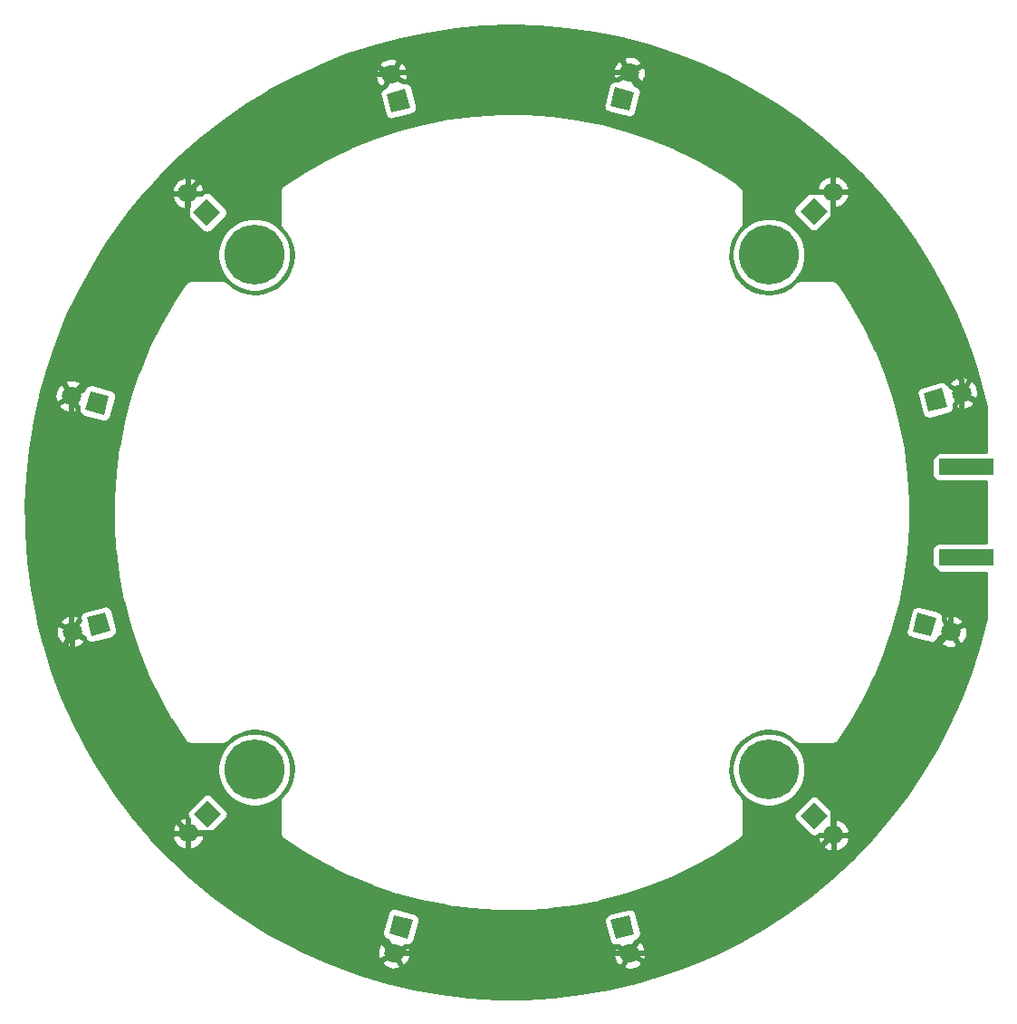
<source format=gbr>
G04 #@! TF.GenerationSoftware,KiCad,Pcbnew,5.1.5-52549c5~84~ubuntu18.04.1*
G04 #@! TF.CreationDate,2020-04-11T00:10:23+01:00*
G04 #@! TF.ProjectId,ambient,616d6269-656e-4742-9e6b-696361645f70,rev?*
G04 #@! TF.SameCoordinates,Original*
G04 #@! TF.FileFunction,Copper,L2,Bot*
G04 #@! TF.FilePolarity,Positive*
%FSLAX46Y46*%
G04 Gerber Fmt 4.6, Leading zero omitted, Abs format (unit mm)*
G04 Created by KiCad (PCBNEW 5.1.5-52549c5~84~ubuntu18.04.1) date 2020-04-11 00:10:23*
%MOMM*%
%LPD*%
G04 APERTURE LIST*
%ADD10C,5.600000*%
%ADD11R,5.080000X1.500000*%
%ADD12C,1.800000*%
%ADD13C,0.100000*%
%ADD14C,0.800000*%
%ADD15C,0.500000*%
%ADD16C,0.254000*%
G04 APERTURE END LIST*
D10*
X174041631Y-124041631D03*
X125958369Y-124041631D03*
X125958369Y-75958369D03*
X174041631Y-75958369D03*
D11*
X192500000Y-95750000D03*
X192500000Y-104250000D03*
D12*
X192073448Y-88860429D03*
G04 #@! TA.AperFunction,ComponentPad*
D13*
G36*
X188983600Y-90620099D02*
G01*
X188517726Y-88881433D01*
X190256392Y-88415559D01*
X190722266Y-90154225D01*
X188983600Y-90620099D01*
G37*
G04 #@! TD.AperFunction*
G04 #@! TA.AperFunction,ComponentPad*
G36*
X178261690Y-73128546D02*
G01*
X176988898Y-71855754D01*
X178261690Y-70582962D01*
X179534482Y-71855754D01*
X178261690Y-73128546D01*
G37*
G04 #@! TD.AperFunction*
D12*
X180057741Y-70059703D03*
G04 #@! TA.AperFunction,ComponentPad*
D13*
G36*
X160977988Y-62489376D02*
G01*
X159239322Y-62023502D01*
X159705196Y-60284836D01*
X161443862Y-60750710D01*
X160977988Y-62489376D01*
G37*
G04 #@! TD.AperFunction*
D12*
X160998992Y-58933654D03*
G04 #@! TA.AperFunction,ComponentPad*
D13*
G36*
X140525064Y-62193477D02*
G01*
X138786398Y-62659351D01*
X138320524Y-60920685D01*
X140059190Y-60454811D01*
X140525064Y-62193477D01*
G37*
G04 #@! TD.AperFunction*
D12*
X138765394Y-59103629D03*
G04 #@! TA.AperFunction,ComponentPad*
D13*
G36*
X122787557Y-71997473D02*
G01*
X121514765Y-73270265D01*
X120241973Y-71997473D01*
X121514765Y-70724681D01*
X122787557Y-71997473D01*
G37*
G04 #@! TD.AperFunction*
D12*
X119718714Y-70201422D03*
G04 #@! TA.AperFunction,ComponentPad*
D13*
G36*
X112377004Y-89168459D02*
G01*
X111911130Y-90907125D01*
X110172464Y-90441251D01*
X110638338Y-88702585D01*
X112377004Y-89168459D01*
G37*
G04 #@! TD.AperFunction*
D12*
X108821282Y-89147455D03*
G04 #@! TA.AperFunction,ComponentPad*
D13*
G36*
X112016400Y-109379901D02*
G01*
X112482274Y-111118567D01*
X110743608Y-111584441D01*
X110277734Y-109845775D01*
X112016400Y-109379901D01*
G37*
G04 #@! TD.AperFunction*
D12*
X108926552Y-111139571D03*
G04 #@! TA.AperFunction,ComponentPad*
D13*
G36*
X121562791Y-126927614D02*
G01*
X122835583Y-128200406D01*
X121562791Y-129473198D01*
X120289999Y-128200406D01*
X121562791Y-126927614D01*
G37*
G04 #@! TD.AperFunction*
D12*
X119766740Y-129996457D03*
G04 #@! TA.AperFunction,ComponentPad*
D13*
G36*
X139017264Y-137624554D02*
G01*
X140755930Y-138090428D01*
X140290056Y-139829094D01*
X138551390Y-139363220D01*
X139017264Y-137624554D01*
G37*
G04 #@! TD.AperFunction*
D12*
X138996260Y-141180276D03*
G04 #@! TA.AperFunction,ComponentPad*
D13*
G36*
X159267529Y-138130047D02*
G01*
X161006195Y-137664173D01*
X161472069Y-139402839D01*
X159733403Y-139868713D01*
X159267529Y-138130047D01*
G37*
G04 #@! TD.AperFunction*
D12*
X161027199Y-141219895D03*
G04 #@! TA.AperFunction,ComponentPad*
D13*
G36*
X177017901Y-128374062D02*
G01*
X178290693Y-127101270D01*
X179563485Y-128374062D01*
X178290693Y-129646854D01*
X177017901Y-128374062D01*
G37*
G04 #@! TD.AperFunction*
D12*
X180086744Y-130170113D03*
G04 #@! TA.AperFunction,ComponentPad*
D13*
G36*
X187512182Y-111129183D02*
G01*
X187978056Y-109390517D01*
X189716722Y-109856391D01*
X189250848Y-111595057D01*
X187512182Y-111129183D01*
G37*
G04 #@! TD.AperFunction*
D12*
X191067904Y-111150187D03*
D14*
X187750000Y-99250000D03*
X187750000Y-98250000D03*
X187750000Y-100500000D03*
X187750000Y-101500000D03*
X188750000Y-101500000D03*
X188750000Y-98250000D03*
D15*
X192073448Y-90133221D02*
X192073448Y-88860429D01*
X187750000Y-96399998D02*
X192073448Y-92076550D01*
X192073448Y-92076550D02*
X192073448Y-90133221D01*
X180057741Y-71332495D02*
X180057741Y-70059703D01*
X180057741Y-75571930D02*
X180057741Y-71332495D01*
X192073448Y-87587637D02*
X180057741Y-75571930D01*
X192073448Y-88860429D02*
X192073448Y-87587637D01*
X172125041Y-70059703D02*
X180057741Y-70059703D01*
X160998992Y-58933654D02*
X172125041Y-70059703D01*
X138935369Y-58933654D02*
X138765394Y-59103629D01*
X160998992Y-58933654D02*
X138935369Y-58933654D01*
X130816507Y-59103629D02*
X119718714Y-70201422D01*
X138765394Y-59103629D02*
X130816507Y-59103629D01*
X119718714Y-78250023D02*
X108821282Y-89147455D01*
X119718714Y-70201422D02*
X119718714Y-78250023D01*
X108821282Y-111034301D02*
X108926552Y-111139571D01*
X108821282Y-89147455D02*
X108821282Y-111034301D01*
X108926552Y-119156269D02*
X119766740Y-129996457D01*
X108926552Y-111139571D02*
X108926552Y-119156269D01*
X127812441Y-129996457D02*
X138996260Y-141180276D01*
X119766740Y-129996457D02*
X127812441Y-129996457D01*
X160987580Y-141180276D02*
X161027199Y-141219895D01*
X138996260Y-141180276D02*
X160987580Y-141180276D01*
X169036962Y-141219895D02*
X180086744Y-130170113D01*
X161027199Y-141219895D02*
X169036962Y-141219895D01*
X180086744Y-122131347D02*
X191067904Y-111150187D01*
X180086744Y-130170113D02*
X180086744Y-122131347D01*
X191067904Y-111150187D02*
X191067904Y-106917906D01*
X191067904Y-106917906D02*
X187750000Y-103600002D01*
X187750000Y-103600002D02*
X187750000Y-101500000D01*
X187750000Y-98250000D02*
X187750000Y-96399998D01*
D16*
G36*
X152559183Y-54634681D02*
G01*
X155166371Y-54857224D01*
X157756392Y-55229474D01*
X160320703Y-55750201D01*
X162850793Y-56417678D01*
X165338250Y-57229687D01*
X167774855Y-58183541D01*
X170152491Y-59276067D01*
X172463316Y-60503659D01*
X174699638Y-61862230D01*
X176854041Y-63347277D01*
X178919393Y-64953883D01*
X180888840Y-66676717D01*
X182755842Y-68510056D01*
X184514208Y-70447824D01*
X186158127Y-72483613D01*
X187682125Y-74610650D01*
X189081146Y-76821870D01*
X190350572Y-79109980D01*
X191486181Y-81467370D01*
X192484202Y-83886207D01*
X193341329Y-86358489D01*
X194056024Y-88880604D01*
X194339999Y-90077239D01*
X194339999Y-94361928D01*
X189960000Y-94361928D01*
X189835518Y-94374188D01*
X189715820Y-94410498D01*
X189605506Y-94469463D01*
X189508815Y-94548815D01*
X189429463Y-94645506D01*
X189370498Y-94755820D01*
X189334188Y-94875518D01*
X189321928Y-95000000D01*
X189321928Y-96500000D01*
X189334188Y-96624482D01*
X189370498Y-96744180D01*
X189429463Y-96854494D01*
X189508815Y-96951185D01*
X189605506Y-97030537D01*
X189715820Y-97089502D01*
X189835518Y-97125812D01*
X189960000Y-97138072D01*
X194339999Y-97138072D01*
X194340000Y-102861928D01*
X189960000Y-102861928D01*
X189835518Y-102874188D01*
X189715820Y-102910498D01*
X189605506Y-102969463D01*
X189508815Y-103048815D01*
X189429463Y-103145506D01*
X189370498Y-103255820D01*
X189334188Y-103375518D01*
X189321928Y-103500000D01*
X189321928Y-105000000D01*
X189334188Y-105124482D01*
X189370498Y-105244180D01*
X189429463Y-105354494D01*
X189508815Y-105451185D01*
X189605506Y-105530537D01*
X189715820Y-105589502D01*
X189835518Y-105625812D01*
X189960000Y-105638072D01*
X194340000Y-105638072D01*
X194340000Y-109917912D01*
X193714504Y-112393696D01*
X192928584Y-114889535D01*
X192000298Y-117335994D01*
X190932733Y-119724934D01*
X189729401Y-122048501D01*
X188394324Y-124298920D01*
X186931925Y-126468747D01*
X185347040Y-128550804D01*
X183644922Y-130538187D01*
X181831230Y-132424288D01*
X179911977Y-134202854D01*
X177893526Y-135867991D01*
X175782548Y-137414192D01*
X173586106Y-138836288D01*
X171311418Y-140129603D01*
X168966053Y-141289835D01*
X166557793Y-142313132D01*
X164094627Y-143196101D01*
X161584726Y-143935814D01*
X159036381Y-144529826D01*
X156458079Y-144976158D01*
X153858355Y-145273334D01*
X151245848Y-145420365D01*
X148629218Y-145416765D01*
X146017101Y-145262547D01*
X143418210Y-144958221D01*
X140841163Y-144504802D01*
X138294463Y-143903782D01*
X135786590Y-143157162D01*
X133325867Y-142267422D01*
X132652658Y-141979179D01*
X137866519Y-141979179D01*
X137881563Y-142246358D01*
X138110964Y-142443341D01*
X138374387Y-142591784D01*
X138661707Y-142685984D01*
X138961885Y-142722320D01*
X139263383Y-142699397D01*
X139428575Y-142660879D01*
X139549244Y-142476636D01*
X160448266Y-142476636D01*
X160594884Y-142700498D01*
X160892043Y-142756389D01*
X161194395Y-142753233D01*
X161490322Y-142691153D01*
X161768451Y-142572532D01*
X162018095Y-142401931D01*
X162141896Y-142285977D01*
X162156940Y-142018798D01*
X161073684Y-141393380D01*
X160448266Y-142476636D01*
X139549244Y-142476636D01*
X139575193Y-142437017D01*
X138949775Y-141353761D01*
X137866519Y-141979179D01*
X132652658Y-141979179D01*
X130920431Y-141237504D01*
X130736534Y-141145901D01*
X137454216Y-141145901D01*
X137477139Y-141447399D01*
X137515657Y-141612591D01*
X137739519Y-141759209D01*
X138661746Y-141226761D01*
X139169745Y-141226761D01*
X139795163Y-142310017D01*
X140062342Y-142294973D01*
X140259325Y-142065572D01*
X140407768Y-141802149D01*
X140501968Y-141514829D01*
X140538304Y-141214651D01*
X140528427Y-141084739D01*
X159490705Y-141084739D01*
X159493861Y-141387091D01*
X159555941Y-141683018D01*
X159674562Y-141961147D01*
X159845163Y-142210791D01*
X159961117Y-142334592D01*
X160228296Y-142349636D01*
X160853714Y-141266380D01*
X159770458Y-140640962D01*
X159546596Y-140787580D01*
X159490705Y-141084739D01*
X140528427Y-141084739D01*
X140515381Y-140913153D01*
X140476863Y-140747961D01*
X140253001Y-140601343D01*
X139169745Y-141226761D01*
X138661746Y-141226761D01*
X138822775Y-141133791D01*
X138197357Y-140050535D01*
X137930178Y-140065579D01*
X137733195Y-140294980D01*
X137584752Y-140558403D01*
X137490552Y-140845723D01*
X137454216Y-141145901D01*
X130736534Y-141145901D01*
X128578275Y-140070828D01*
X127268731Y-139321488D01*
X137914684Y-139321488D01*
X137918777Y-139446505D01*
X137947180Y-139568322D01*
X137998803Y-139682256D01*
X138071662Y-139783930D01*
X138162956Y-139869437D01*
X138269178Y-139935489D01*
X138386245Y-139979550D01*
X138461274Y-139999654D01*
X139023489Y-140973439D01*
X139010401Y-140986527D01*
X139190009Y-141166135D01*
X139768188Y-140587956D01*
X140049882Y-140425320D01*
X140124911Y-140445424D01*
X140248324Y-140465800D01*
X140373341Y-140461707D01*
X140495158Y-140433304D01*
X140609092Y-140381681D01*
X140710766Y-140308822D01*
X140796273Y-140217528D01*
X140862325Y-140111306D01*
X140906386Y-139994239D01*
X141372260Y-138255573D01*
X141386094Y-138171779D01*
X158630823Y-138171779D01*
X158651199Y-138295192D01*
X159117073Y-140033858D01*
X159161134Y-140150925D01*
X159227186Y-140257147D01*
X159312693Y-140348441D01*
X159414367Y-140421300D01*
X159528301Y-140472923D01*
X159650118Y-140501326D01*
X159775135Y-140505419D01*
X159898548Y-140485043D01*
X159973577Y-140464939D01*
X160255271Y-140627575D01*
X160833450Y-141205754D01*
X160865794Y-141173410D01*
X161200684Y-141173410D01*
X162283940Y-141798828D01*
X162507802Y-141652210D01*
X162563693Y-141355051D01*
X162560537Y-141052699D01*
X162498457Y-140756772D01*
X162379836Y-140478643D01*
X162209235Y-140228999D01*
X162093281Y-140105198D01*
X161826102Y-140090154D01*
X161200684Y-141173410D01*
X160865794Y-141173410D01*
X161013058Y-141026146D01*
X160999970Y-141013058D01*
X161562185Y-140039273D01*
X161637214Y-140019169D01*
X161754281Y-139975108D01*
X161860503Y-139909056D01*
X161951797Y-139823549D01*
X162024656Y-139721875D01*
X162076279Y-139607941D01*
X162104682Y-139486124D01*
X162108775Y-139361107D01*
X162088399Y-139237694D01*
X161622525Y-137499028D01*
X161578464Y-137381961D01*
X161512412Y-137275739D01*
X161426905Y-137184445D01*
X161325231Y-137111586D01*
X161211297Y-137059963D01*
X161089480Y-137031560D01*
X160964463Y-137027467D01*
X160841050Y-137047843D01*
X159102384Y-137513717D01*
X158985317Y-137557778D01*
X158879095Y-137623830D01*
X158787801Y-137709337D01*
X158714942Y-137811011D01*
X158663319Y-137924945D01*
X158634916Y-138046762D01*
X158630823Y-138171779D01*
X141386094Y-138171779D01*
X141392636Y-138132160D01*
X141388543Y-138007143D01*
X141360140Y-137885326D01*
X141308517Y-137771392D01*
X141235658Y-137669718D01*
X141144364Y-137584211D01*
X141038142Y-137518159D01*
X140921075Y-137474098D01*
X139182409Y-137008224D01*
X139058996Y-136987848D01*
X138933979Y-136991941D01*
X138812162Y-137020344D01*
X138698228Y-137071967D01*
X138596554Y-137144826D01*
X138511047Y-137236120D01*
X138444995Y-137342342D01*
X138400934Y-137459409D01*
X137935060Y-139198075D01*
X137914684Y-139321488D01*
X127268731Y-139321488D01*
X126307155Y-138771261D01*
X124114598Y-137343107D01*
X122007917Y-135791129D01*
X119994042Y-134120436D01*
X118079701Y-132336608D01*
X116271195Y-130445514D01*
X116200375Y-130362363D01*
X118268343Y-130362363D01*
X118368519Y-130647655D01*
X118522428Y-130907922D01*
X118724155Y-131133162D01*
X118965948Y-131314719D01*
X119238515Y-131445616D01*
X119400834Y-131494854D01*
X119639740Y-131374293D01*
X119639740Y-130123457D01*
X119893740Y-130123457D01*
X119893740Y-131374293D01*
X120132646Y-131494854D01*
X120417938Y-131394678D01*
X120678205Y-131240769D01*
X120903445Y-131039042D01*
X121085002Y-130797249D01*
X121215899Y-130524682D01*
X121265137Y-130362363D01*
X121144576Y-130123457D01*
X119893740Y-130123457D01*
X119639740Y-130123457D01*
X118388904Y-130123457D01*
X118268343Y-130362363D01*
X116200375Y-130362363D01*
X115577088Y-129630551D01*
X118268343Y-129630551D01*
X118388904Y-129869457D01*
X119639740Y-129869457D01*
X119639740Y-128618621D01*
X119400834Y-128498060D01*
X119115542Y-128598236D01*
X118855275Y-128752145D01*
X118630035Y-128953872D01*
X118448478Y-129195665D01*
X118317581Y-129468232D01*
X118268343Y-129630551D01*
X115577088Y-129630551D01*
X114574561Y-128453469D01*
X114383024Y-128200406D01*
X119651927Y-128200406D01*
X119664187Y-128324888D01*
X119700497Y-128444586D01*
X119759462Y-128554900D01*
X119838814Y-128651591D01*
X119893740Y-128706517D01*
X119893740Y-129689849D01*
X119780881Y-129802708D01*
X119960489Y-129982316D01*
X120073348Y-129869457D01*
X121056680Y-129869457D01*
X121111606Y-129924383D01*
X121208297Y-130003735D01*
X121318611Y-130062700D01*
X121438309Y-130099010D01*
X121562791Y-130111270D01*
X121687273Y-130099010D01*
X121806971Y-130062700D01*
X121917285Y-130003735D01*
X122013976Y-129924383D01*
X123286768Y-128651591D01*
X123366120Y-128554900D01*
X123425085Y-128444586D01*
X123461395Y-128324888D01*
X123473655Y-128200406D01*
X123461395Y-128075924D01*
X123425085Y-127956226D01*
X123366120Y-127845912D01*
X123286768Y-127749221D01*
X122013976Y-126476429D01*
X121917285Y-126397077D01*
X121806971Y-126338112D01*
X121687273Y-126301802D01*
X121562791Y-126289542D01*
X121438309Y-126301802D01*
X121318611Y-126338112D01*
X121208297Y-126397077D01*
X121111606Y-126476429D01*
X119838814Y-127749221D01*
X119759462Y-127845912D01*
X119700497Y-127956226D01*
X119664187Y-128075924D01*
X119651927Y-128200406D01*
X114383024Y-128200406D01*
X112995408Y-126367060D01*
X111538971Y-124193200D01*
X111250162Y-123703313D01*
X122523369Y-123703313D01*
X122523369Y-124379949D01*
X122655375Y-125043583D01*
X122914312Y-125668713D01*
X123290231Y-126231316D01*
X123768684Y-126709769D01*
X124331287Y-127085688D01*
X124956417Y-127344625D01*
X125620051Y-127476631D01*
X126296687Y-127476631D01*
X126960321Y-127344625D01*
X127585451Y-127085688D01*
X128148054Y-126709769D01*
X128626507Y-126231316D01*
X129002426Y-125668713D01*
X129261363Y-125043583D01*
X129393369Y-124379949D01*
X129393369Y-123703313D01*
X129261363Y-123039679D01*
X129002426Y-122414549D01*
X128626507Y-121851946D01*
X128148054Y-121373493D01*
X127585451Y-120997574D01*
X126960321Y-120738637D01*
X126296687Y-120606631D01*
X125620051Y-120606631D01*
X124956417Y-120738637D01*
X124331287Y-120997574D01*
X123768684Y-121373493D01*
X123290231Y-121851946D01*
X122914312Y-122414549D01*
X122655375Y-123039679D01*
X122523369Y-123703313D01*
X111250162Y-123703313D01*
X110210091Y-121939116D01*
X109013170Y-119612276D01*
X107952170Y-117220382D01*
X107030617Y-114771383D01*
X106289901Y-112396312D01*
X108347619Y-112396312D01*
X108494237Y-112620174D01*
X108791396Y-112676065D01*
X109093748Y-112672909D01*
X109389675Y-112610829D01*
X109667804Y-112492208D01*
X109917448Y-112321607D01*
X110041249Y-112205653D01*
X110056293Y-111938474D01*
X108973037Y-111313056D01*
X108347619Y-112396312D01*
X106289901Y-112396312D01*
X106251570Y-112273406D01*
X105934677Y-111004415D01*
X107390058Y-111004415D01*
X107393214Y-111306767D01*
X107455294Y-111602694D01*
X107573915Y-111880823D01*
X107744516Y-112130467D01*
X107860470Y-112254268D01*
X108127649Y-112269312D01*
X108753067Y-111186056D01*
X107669811Y-110560638D01*
X107445949Y-110707256D01*
X107390058Y-111004415D01*
X105934677Y-111004415D01*
X105768925Y-110340668D01*
X107796811Y-110340668D01*
X108880067Y-110966086D01*
X108891766Y-110945822D01*
X108940693Y-110945822D01*
X109120301Y-111125430D01*
X109133389Y-111112342D01*
X110107174Y-111674557D01*
X110127278Y-111749586D01*
X110171339Y-111866653D01*
X110237391Y-111972875D01*
X110322898Y-112064169D01*
X110424572Y-112137028D01*
X110538506Y-112188651D01*
X110660323Y-112217054D01*
X110785340Y-112221147D01*
X110908753Y-112200771D01*
X112647419Y-111734897D01*
X112764486Y-111690836D01*
X112870708Y-111624784D01*
X112962002Y-111539277D01*
X113034861Y-111437603D01*
X113086484Y-111323669D01*
X113114887Y-111201852D01*
X113118980Y-111076835D01*
X113098604Y-110953422D01*
X112632730Y-109214756D01*
X112588669Y-109097689D01*
X112522617Y-108991467D01*
X112437110Y-108900173D01*
X112335436Y-108827314D01*
X112221502Y-108775691D01*
X112099685Y-108747288D01*
X111974668Y-108743195D01*
X111851255Y-108763571D01*
X110112589Y-109229445D01*
X109995522Y-109273506D01*
X109889300Y-109339558D01*
X109798006Y-109425065D01*
X109725147Y-109526739D01*
X109673524Y-109640673D01*
X109645121Y-109762490D01*
X109641028Y-109887507D01*
X109661404Y-110010920D01*
X109681508Y-110085949D01*
X109518872Y-110367643D01*
X108940693Y-110945822D01*
X108891766Y-110945822D01*
X109505485Y-109882830D01*
X109358867Y-109658968D01*
X109061708Y-109603077D01*
X108759356Y-109606233D01*
X108463429Y-109668313D01*
X108185300Y-109786934D01*
X107935656Y-109957535D01*
X107811855Y-110073489D01*
X107796811Y-110340668D01*
X105768925Y-110340668D01*
X105617604Y-109734710D01*
X105130828Y-107163732D01*
X104792857Y-104569012D01*
X104604808Y-101959133D01*
X104592200Y-101079450D01*
X112736304Y-101079450D01*
X112736525Y-101086925D01*
X112736432Y-101094424D01*
X112737562Y-101122045D01*
X112883635Y-103481913D01*
X112884338Y-103489357D01*
X112884729Y-103496847D01*
X112887639Y-103524337D01*
X113185695Y-105869859D01*
X113186878Y-105877249D01*
X113187751Y-105884692D01*
X113192429Y-105911937D01*
X113641226Y-108233336D01*
X113642884Y-108240639D01*
X113644235Y-108248005D01*
X113650661Y-108274892D01*
X114248328Y-110562491D01*
X114250459Y-110569687D01*
X114252278Y-110576934D01*
X114260425Y-110603351D01*
X115004470Y-112847613D01*
X115007061Y-112854658D01*
X115009344Y-112861772D01*
X115019179Y-112887607D01*
X115906500Y-115079175D01*
X115909536Y-115086028D01*
X115912277Y-115092990D01*
X115923759Y-115118137D01*
X116950658Y-117247877D01*
X116954130Y-117254519D01*
X116957315Y-117261291D01*
X116970396Y-117285644D01*
X118132591Y-119344676D01*
X118136483Y-119351079D01*
X118140099Y-119357632D01*
X118154724Y-119381091D01*
X119431571Y-121336634D01*
X119448576Y-121368448D01*
X119531053Y-121468946D01*
X119631551Y-121551423D01*
X119746208Y-121612708D01*
X119870618Y-121650448D01*
X119967582Y-121659998D01*
X123032419Y-121660001D01*
X123129383Y-121650451D01*
X123253793Y-121612711D01*
X123368450Y-121551426D01*
X123418800Y-121510104D01*
X123418923Y-121510005D01*
X123420763Y-121508494D01*
X123468948Y-121468949D01*
X123469036Y-121468842D01*
X124008754Y-121025513D01*
X124624426Y-120695392D01*
X125292491Y-120491144D01*
X125987504Y-120420548D01*
X126682996Y-120486291D01*
X127352471Y-120685871D01*
X127970434Y-121011685D01*
X128513339Y-121451321D01*
X128960516Y-121988040D01*
X129294923Y-122601387D01*
X129503831Y-123268014D01*
X129579278Y-123962517D01*
X129518392Y-124658451D01*
X129323491Y-125329305D01*
X129002000Y-125949523D01*
X128550535Y-126515064D01*
X128531052Y-126531053D01*
X128448575Y-126631551D01*
X128387290Y-126746208D01*
X128349550Y-126870618D01*
X128340000Y-126967582D01*
X128340002Y-130032418D01*
X128349552Y-130129382D01*
X128387292Y-130253792D01*
X128448577Y-130368449D01*
X128531054Y-130468947D01*
X128581055Y-130509982D01*
X128581079Y-130510003D01*
X128581105Y-130510023D01*
X128631552Y-130551424D01*
X128662564Y-130568000D01*
X130445111Y-131738916D01*
X130450735Y-131742355D01*
X130456178Y-131746028D01*
X130479884Y-131760249D01*
X132532476Y-132933781D01*
X132539109Y-132937294D01*
X132545560Y-132941065D01*
X132570134Y-132953726D01*
X134694179Y-133992353D01*
X134701007Y-133995423D01*
X134707705Y-133998778D01*
X134733045Y-134009827D01*
X136919687Y-134909221D01*
X136926717Y-134911850D01*
X136933600Y-134914759D01*
X136959600Y-134924150D01*
X139199724Y-135680559D01*
X139206901Y-135682727D01*
X139213965Y-135685188D01*
X139240517Y-135692881D01*
X141524783Y-136303154D01*
X141532077Y-136304852D01*
X141539294Y-136306855D01*
X141566268Y-136312814D01*
X141566286Y-136312818D01*
X141566292Y-136312819D01*
X143885176Y-136774409D01*
X143892558Y-136775632D01*
X143899895Y-136777166D01*
X143927203Y-136781373D01*
X143927216Y-136781375D01*
X143927220Y-136781375D01*
X146271059Y-137092361D01*
X146278511Y-137093106D01*
X146285925Y-137094162D01*
X146313453Y-137096598D01*
X146313461Y-137096599D01*
X146313463Y-137096599D01*
X148672488Y-137255683D01*
X148679971Y-137255945D01*
X148687439Y-137256521D01*
X148715075Y-137257176D01*
X151079450Y-137263696D01*
X151086925Y-137263475D01*
X151094424Y-137263568D01*
X151122045Y-137262438D01*
X153481913Y-137116365D01*
X153489357Y-137115662D01*
X153496847Y-137115271D01*
X153524337Y-137112361D01*
X155869859Y-136814305D01*
X155877249Y-136813122D01*
X155884692Y-136812249D01*
X155911937Y-136807571D01*
X158233336Y-136358774D01*
X158240639Y-136357116D01*
X158248005Y-136355765D01*
X158274892Y-136349339D01*
X160562491Y-135751672D01*
X160569687Y-135749541D01*
X160576934Y-135747722D01*
X160603351Y-135739575D01*
X162847613Y-134995530D01*
X162854658Y-134992939D01*
X162861772Y-134990656D01*
X162887607Y-134980821D01*
X165079175Y-134093500D01*
X165086028Y-134090464D01*
X165092990Y-134087723D01*
X165118137Y-134076241D01*
X167247877Y-133049342D01*
X167254519Y-133045870D01*
X167261291Y-133042685D01*
X167285644Y-133029604D01*
X169344676Y-131867409D01*
X169351079Y-131863517D01*
X169357632Y-131859901D01*
X169381091Y-131845276D01*
X171335863Y-130568932D01*
X171366904Y-130552452D01*
X171387042Y-130536019D01*
X178588347Y-130536019D01*
X178688523Y-130821311D01*
X178842432Y-131081578D01*
X179044159Y-131306818D01*
X179285952Y-131488375D01*
X179558519Y-131619272D01*
X179720838Y-131668510D01*
X179959744Y-131547949D01*
X179959744Y-130297113D01*
X180213744Y-130297113D01*
X180213744Y-131547949D01*
X180452650Y-131668510D01*
X180737942Y-131568334D01*
X180998209Y-131414425D01*
X181223449Y-131212698D01*
X181405006Y-130970905D01*
X181535903Y-130698338D01*
X181585141Y-130536019D01*
X181464580Y-130297113D01*
X180213744Y-130297113D01*
X179959744Y-130297113D01*
X178708908Y-130297113D01*
X178588347Y-130536019D01*
X171387042Y-130536019D01*
X171467632Y-130470257D01*
X171550390Y-130369990D01*
X171611996Y-130255505D01*
X171650084Y-130131201D01*
X171659905Y-130034264D01*
X171664550Y-128374062D01*
X176379829Y-128374062D01*
X176392089Y-128498544D01*
X176428399Y-128618242D01*
X176487364Y-128728556D01*
X176566716Y-128825247D01*
X177839508Y-130098039D01*
X177936199Y-130177391D01*
X178046513Y-130236356D01*
X178166211Y-130272666D01*
X178290693Y-130284926D01*
X178415175Y-130272666D01*
X178534873Y-130236356D01*
X178645187Y-130177391D01*
X178741878Y-130098039D01*
X178796804Y-130043113D01*
X179780136Y-130043113D01*
X179892995Y-130155972D01*
X180072603Y-129976364D01*
X179959744Y-129863505D01*
X179959744Y-128880173D01*
X180014670Y-128825247D01*
X180041727Y-128792277D01*
X180213744Y-128792277D01*
X180213744Y-130043113D01*
X181464580Y-130043113D01*
X181585141Y-129804207D01*
X181484965Y-129518915D01*
X181331056Y-129258648D01*
X181129329Y-129033408D01*
X180887536Y-128851851D01*
X180614969Y-128720954D01*
X180452650Y-128671716D01*
X180213744Y-128792277D01*
X180041727Y-128792277D01*
X180094022Y-128728556D01*
X180152987Y-128618242D01*
X180189297Y-128498544D01*
X180201557Y-128374062D01*
X180189297Y-128249580D01*
X180152987Y-128129882D01*
X180094022Y-128019568D01*
X180014670Y-127922877D01*
X178741878Y-126650085D01*
X178645187Y-126570733D01*
X178534873Y-126511768D01*
X178415175Y-126475458D01*
X178290693Y-126463198D01*
X178166211Y-126475458D01*
X178046513Y-126511768D01*
X177936199Y-126570733D01*
X177839508Y-126650085D01*
X176566716Y-127922877D01*
X176487364Y-128019568D01*
X176428399Y-128129882D01*
X176392089Y-128249580D01*
X176379829Y-128374062D01*
X171664550Y-128374062D01*
X171668458Y-126977796D01*
X171659179Y-126880806D01*
X171621787Y-126756291D01*
X171560823Y-126641463D01*
X171478628Y-126540734D01*
X171477801Y-126540051D01*
X171033882Y-125999615D01*
X170703762Y-125383944D01*
X170499513Y-124715877D01*
X170428917Y-124020865D01*
X170458934Y-123703313D01*
X170606631Y-123703313D01*
X170606631Y-124379949D01*
X170738637Y-125043583D01*
X170997574Y-125668713D01*
X171373493Y-126231316D01*
X171851946Y-126709769D01*
X172414549Y-127085688D01*
X173039679Y-127344625D01*
X173703313Y-127476631D01*
X174379949Y-127476631D01*
X175043583Y-127344625D01*
X175668713Y-127085688D01*
X176231316Y-126709769D01*
X176709769Y-126231316D01*
X177085688Y-125668713D01*
X177344625Y-125043583D01*
X177476631Y-124379949D01*
X177476631Y-123703313D01*
X177344625Y-123039679D01*
X177085688Y-122414549D01*
X176709769Y-121851946D01*
X176231316Y-121373493D01*
X175668713Y-120997574D01*
X175043583Y-120738637D01*
X174379949Y-120606631D01*
X173703313Y-120606631D01*
X173039679Y-120738637D01*
X172414549Y-120997574D01*
X171851946Y-121373493D01*
X171373493Y-121851946D01*
X170997574Y-122414549D01*
X170738637Y-123039679D01*
X170606631Y-123703313D01*
X170458934Y-123703313D01*
X170494660Y-123325373D01*
X170694240Y-122655898D01*
X171020054Y-122037935D01*
X171459690Y-121495030D01*
X171996409Y-121047853D01*
X172609756Y-120713446D01*
X173276383Y-120504538D01*
X173970887Y-120429091D01*
X174666822Y-120489977D01*
X175337674Y-120684878D01*
X175957892Y-121006369D01*
X176523847Y-121458165D01*
X176540736Y-121478627D01*
X176641464Y-121560822D01*
X176756292Y-121621786D01*
X176880807Y-121659178D01*
X176977797Y-121668457D01*
X180034263Y-121659904D01*
X180131200Y-121650083D01*
X180255504Y-121611995D01*
X180369989Y-121550389D01*
X180419772Y-121509300D01*
X180419810Y-121509270D01*
X180419848Y-121509237D01*
X180470256Y-121467631D01*
X180552452Y-121366903D01*
X180568510Y-121336657D01*
X181738914Y-119554887D01*
X181742348Y-119549272D01*
X181746026Y-119543821D01*
X181760247Y-119520115D01*
X182933779Y-117467523D01*
X182937292Y-117460890D01*
X182941063Y-117454439D01*
X182953724Y-117429865D01*
X183992352Y-115305821D01*
X183995422Y-115298993D01*
X183998777Y-115292295D01*
X184009826Y-115266955D01*
X184909219Y-113080313D01*
X184911847Y-113073286D01*
X184914757Y-113066400D01*
X184924148Y-113040400D01*
X185583589Y-111087451D01*
X186875476Y-111087451D01*
X186879569Y-111212468D01*
X186907972Y-111334285D01*
X186959595Y-111448219D01*
X187032454Y-111549893D01*
X187123748Y-111635400D01*
X187229970Y-111701452D01*
X187347037Y-111745513D01*
X189085703Y-112211387D01*
X189209116Y-112231763D01*
X189334133Y-112227670D01*
X189455950Y-112199267D01*
X189569884Y-112147644D01*
X189671558Y-112074785D01*
X189757065Y-111983491D01*
X189778456Y-111949090D01*
X189938163Y-111949090D01*
X189953207Y-112216269D01*
X190182608Y-112413252D01*
X190446031Y-112561695D01*
X190733351Y-112655895D01*
X191033529Y-112692231D01*
X191335027Y-112669308D01*
X191500219Y-112630790D01*
X191646837Y-112406928D01*
X191021419Y-111323672D01*
X189938163Y-111949090D01*
X189778456Y-111949090D01*
X189823117Y-111877269D01*
X189867178Y-111760202D01*
X189887282Y-111685173D01*
X190733390Y-111196672D01*
X191241389Y-111196672D01*
X191866807Y-112279928D01*
X192133986Y-112264884D01*
X192330969Y-112035483D01*
X192479412Y-111772060D01*
X192573612Y-111484740D01*
X192609948Y-111184562D01*
X192587025Y-110883064D01*
X192548507Y-110717872D01*
X192324645Y-110571254D01*
X191241389Y-111196672D01*
X190733390Y-111196672D01*
X190861067Y-111122958D01*
X190874155Y-111136046D01*
X191053763Y-110956438D01*
X190475584Y-110378259D01*
X190312948Y-110096565D01*
X190333052Y-110021536D01*
X190353428Y-109898123D01*
X190353275Y-109893446D01*
X190488971Y-109893446D01*
X191114389Y-110976702D01*
X192197645Y-110351284D01*
X192182601Y-110084105D01*
X191953200Y-109887122D01*
X191689777Y-109738679D01*
X191402457Y-109644479D01*
X191102279Y-109608143D01*
X190800781Y-109631066D01*
X190635589Y-109669584D01*
X190488971Y-109893446D01*
X190353275Y-109893446D01*
X190349335Y-109773106D01*
X190320932Y-109651289D01*
X190269309Y-109537355D01*
X190196450Y-109435681D01*
X190105156Y-109350174D01*
X189998934Y-109284122D01*
X189881867Y-109240061D01*
X188143201Y-108774187D01*
X188019788Y-108753811D01*
X187894771Y-108757904D01*
X187772954Y-108786307D01*
X187659020Y-108837930D01*
X187557346Y-108910789D01*
X187471839Y-109002083D01*
X187405787Y-109108305D01*
X187361726Y-109225372D01*
X186895852Y-110964038D01*
X186875476Y-111087451D01*
X185583589Y-111087451D01*
X185680558Y-110800276D01*
X185682726Y-110793099D01*
X185685187Y-110786035D01*
X185692880Y-110759483D01*
X186303152Y-108475216D01*
X186304849Y-108467928D01*
X186306853Y-108460706D01*
X186312816Y-108433713D01*
X186774408Y-106114824D01*
X186775631Y-106107442D01*
X186777165Y-106100105D01*
X186781374Y-106072783D01*
X187092360Y-103728941D01*
X187093105Y-103721489D01*
X187094161Y-103714075D01*
X187096598Y-103686538D01*
X187255682Y-101327512D01*
X187255944Y-101320029D01*
X187256520Y-101312561D01*
X187257175Y-101284925D01*
X187263694Y-98920551D01*
X187263473Y-98913076D01*
X187263566Y-98905577D01*
X187262436Y-98877956D01*
X187116363Y-96518088D01*
X187115660Y-96510644D01*
X187115269Y-96503154D01*
X187112359Y-96475663D01*
X186814303Y-94130141D01*
X186813120Y-94122747D01*
X186812247Y-94115308D01*
X186807569Y-94088063D01*
X186358772Y-91766664D01*
X186357115Y-91759366D01*
X186355763Y-91751994D01*
X186349337Y-91725108D01*
X185751671Y-89437510D01*
X185749547Y-89430337D01*
X185747722Y-89423066D01*
X185739574Y-89396650D01*
X185582599Y-88923165D01*
X187881020Y-88923165D01*
X187901396Y-89046578D01*
X188367270Y-90785244D01*
X188411331Y-90902311D01*
X188477383Y-91008533D01*
X188562890Y-91099827D01*
X188664564Y-91172686D01*
X188778498Y-91224309D01*
X188900315Y-91252712D01*
X189025332Y-91256805D01*
X189148745Y-91236429D01*
X190887411Y-90770555D01*
X191004478Y-90726494D01*
X191110700Y-90660442D01*
X191201994Y-90574935D01*
X191274853Y-90473261D01*
X191326476Y-90359327D01*
X191354879Y-90237510D01*
X191358818Y-90117170D01*
X191494515Y-90117170D01*
X191641133Y-90341032D01*
X191938292Y-90396923D01*
X192240644Y-90393767D01*
X192536571Y-90331687D01*
X192814700Y-90213066D01*
X193064344Y-90042465D01*
X193188145Y-89926511D01*
X193203189Y-89659332D01*
X192119933Y-89033914D01*
X191494515Y-90117170D01*
X191358818Y-90117170D01*
X191358972Y-90112493D01*
X191338596Y-89989080D01*
X191318492Y-89914051D01*
X191481128Y-89632357D01*
X192059307Y-89054178D01*
X191879699Y-88874570D01*
X191866611Y-88887658D01*
X191738935Y-88813944D01*
X192246933Y-88813944D01*
X193330189Y-89439362D01*
X193554051Y-89292744D01*
X193609942Y-88995585D01*
X193606786Y-88693233D01*
X193544706Y-88397306D01*
X193426085Y-88119177D01*
X193255484Y-87869533D01*
X193139530Y-87745732D01*
X192872351Y-87730688D01*
X192246933Y-88813944D01*
X191738935Y-88813944D01*
X190892826Y-88325443D01*
X190872722Y-88250414D01*
X190828661Y-88133347D01*
X190784001Y-88061526D01*
X190943707Y-88061526D01*
X192026963Y-88686944D01*
X192652381Y-87603688D01*
X192505763Y-87379826D01*
X192208604Y-87323935D01*
X191906252Y-87327091D01*
X191610325Y-87389171D01*
X191332196Y-87507792D01*
X191082552Y-87678393D01*
X190958751Y-87794347D01*
X190943707Y-88061526D01*
X190784001Y-88061526D01*
X190762609Y-88027125D01*
X190677102Y-87935831D01*
X190575428Y-87862972D01*
X190461494Y-87811349D01*
X190339677Y-87782946D01*
X190214660Y-87778853D01*
X190091247Y-87799229D01*
X188352581Y-88265103D01*
X188235514Y-88309164D01*
X188129292Y-88375216D01*
X188037998Y-88460723D01*
X187965139Y-88562397D01*
X187913516Y-88676331D01*
X187885113Y-88798148D01*
X187881020Y-88923165D01*
X185582599Y-88923165D01*
X184995529Y-87152388D01*
X184992938Y-87145343D01*
X184990655Y-87138229D01*
X184980820Y-87112394D01*
X184093499Y-84920826D01*
X184090466Y-84913980D01*
X184087722Y-84907010D01*
X184076240Y-84881863D01*
X183049341Y-82752124D01*
X183045872Y-82745487D01*
X183042685Y-82738711D01*
X183029604Y-82714357D01*
X181867408Y-80655325D01*
X181863517Y-80648924D01*
X181859900Y-80642369D01*
X181845275Y-80618910D01*
X180568936Y-78664146D01*
X180552452Y-78633097D01*
X180470256Y-78532369D01*
X180369989Y-78449611D01*
X180255504Y-78388005D01*
X180131201Y-78349917D01*
X180034264Y-78340096D01*
X176977797Y-78331542D01*
X176880806Y-78340821D01*
X176756291Y-78378213D01*
X176641463Y-78439177D01*
X176540735Y-78521372D01*
X176540054Y-78522197D01*
X175999615Y-78966118D01*
X175383944Y-79296238D01*
X174715877Y-79500487D01*
X174020865Y-79571083D01*
X173325373Y-79505340D01*
X172655898Y-79305760D01*
X172037933Y-78979944D01*
X171495028Y-78540308D01*
X171047853Y-78003592D01*
X170713445Y-77390243D01*
X170504538Y-76723617D01*
X170429091Y-76029113D01*
X170464879Y-75620051D01*
X170606631Y-75620051D01*
X170606631Y-76296687D01*
X170738637Y-76960321D01*
X170997574Y-77585451D01*
X171373493Y-78148054D01*
X171851946Y-78626507D01*
X172414549Y-79002426D01*
X173039679Y-79261363D01*
X173703313Y-79393369D01*
X174379949Y-79393369D01*
X175043583Y-79261363D01*
X175668713Y-79002426D01*
X176231316Y-78626507D01*
X176709769Y-78148054D01*
X177085688Y-77585451D01*
X177344625Y-76960321D01*
X177476631Y-76296687D01*
X177476631Y-75620051D01*
X177344625Y-74956417D01*
X177085688Y-74331287D01*
X176709769Y-73768684D01*
X176231316Y-73290231D01*
X175668713Y-72914312D01*
X175043583Y-72655375D01*
X174379949Y-72523369D01*
X173703313Y-72523369D01*
X173039679Y-72655375D01*
X172414549Y-72914312D01*
X171851946Y-73290231D01*
X171373493Y-73768684D01*
X170997574Y-74331287D01*
X170738637Y-74956417D01*
X170606631Y-75620051D01*
X170464879Y-75620051D01*
X170489977Y-75333178D01*
X170684878Y-74662326D01*
X171006369Y-74042108D01*
X171458163Y-73476156D01*
X171478627Y-73459265D01*
X171560822Y-73358537D01*
X171621786Y-73243709D01*
X171659178Y-73119193D01*
X171668457Y-73022203D01*
X171665194Y-71855754D01*
X176350826Y-71855754D01*
X176363086Y-71980236D01*
X176399396Y-72099934D01*
X176458361Y-72210248D01*
X176537713Y-72306939D01*
X177810505Y-73579731D01*
X177907196Y-73659083D01*
X178017510Y-73718048D01*
X178137208Y-73754358D01*
X178261690Y-73766618D01*
X178386172Y-73754358D01*
X178505870Y-73718048D01*
X178616184Y-73659083D01*
X178712875Y-73579731D01*
X179985667Y-72306939D01*
X180065019Y-72210248D01*
X180123984Y-72099934D01*
X180160294Y-71980236D01*
X180172554Y-71855754D01*
X180160294Y-71731272D01*
X180123984Y-71611574D01*
X180065019Y-71501260D01*
X179985667Y-71404569D01*
X179930741Y-71349643D01*
X179930741Y-70366311D01*
X180043600Y-70253452D01*
X179976851Y-70186703D01*
X180184741Y-70186703D01*
X180184741Y-71437539D01*
X180423647Y-71558100D01*
X180708939Y-71457924D01*
X180969206Y-71304015D01*
X181194446Y-71102288D01*
X181376003Y-70860495D01*
X181506900Y-70587928D01*
X181556138Y-70425609D01*
X181435577Y-70186703D01*
X180184741Y-70186703D01*
X179976851Y-70186703D01*
X179863992Y-70073844D01*
X179751133Y-70186703D01*
X178767801Y-70186703D01*
X178712875Y-70131777D01*
X178616184Y-70052425D01*
X178505870Y-69993460D01*
X178386172Y-69957150D01*
X178261690Y-69944890D01*
X178137208Y-69957150D01*
X178017510Y-69993460D01*
X177907196Y-70052425D01*
X177810505Y-70131777D01*
X176537713Y-71404569D01*
X176458361Y-71501260D01*
X176399396Y-71611574D01*
X176363086Y-71731272D01*
X176350826Y-71855754D01*
X171665194Y-71855754D01*
X171659905Y-69965736D01*
X171650084Y-69868799D01*
X171611996Y-69744495D01*
X171584715Y-69693797D01*
X178559344Y-69693797D01*
X178679905Y-69932703D01*
X179930741Y-69932703D01*
X179930741Y-68681867D01*
X180184741Y-68681867D01*
X180184741Y-69932703D01*
X181435577Y-69932703D01*
X181556138Y-69693797D01*
X181455962Y-69408505D01*
X181302053Y-69148238D01*
X181100326Y-68922998D01*
X180858533Y-68741441D01*
X180585966Y-68610544D01*
X180423647Y-68561306D01*
X180184741Y-68681867D01*
X179930741Y-68681867D01*
X179691835Y-68561306D01*
X179406543Y-68661482D01*
X179146276Y-68815391D01*
X178921036Y-69017118D01*
X178739479Y-69258911D01*
X178608582Y-69531478D01*
X178559344Y-69693797D01*
X171584715Y-69693797D01*
X171550390Y-69630010D01*
X171509294Y-69580218D01*
X171509271Y-69580189D01*
X171509246Y-69580160D01*
X171467633Y-69529743D01*
X171366904Y-69447548D01*
X171336666Y-69431494D01*
X169554888Y-68261084D01*
X169549273Y-68257650D01*
X169543822Y-68253972D01*
X169520116Y-68239751D01*
X167467524Y-67066219D01*
X167460894Y-67062708D01*
X167454440Y-67058935D01*
X167429866Y-67046274D01*
X165305821Y-66007647D01*
X165298993Y-66004577D01*
X165292295Y-66001222D01*
X165266955Y-65990173D01*
X163080313Y-65090779D01*
X163073286Y-65088151D01*
X163066400Y-65085241D01*
X163040400Y-65075850D01*
X160800276Y-64319441D01*
X160793099Y-64317273D01*
X160786035Y-64314812D01*
X160759483Y-64307119D01*
X158475216Y-63696846D01*
X158467927Y-63695149D01*
X158460706Y-63693145D01*
X158433731Y-63687186D01*
X158433713Y-63687182D01*
X158433707Y-63687181D01*
X156114824Y-63225591D01*
X156107441Y-63224368D01*
X156100105Y-63222834D01*
X156072797Y-63218627D01*
X156072784Y-63218625D01*
X156072780Y-63218625D01*
X153728940Y-62907639D01*
X153721491Y-62906894D01*
X153714075Y-62905838D01*
X153686538Y-62903401D01*
X151327512Y-62744317D01*
X151320029Y-62744055D01*
X151312561Y-62743479D01*
X151284925Y-62742824D01*
X148920550Y-62736304D01*
X148913075Y-62736525D01*
X148905576Y-62736432D01*
X148877955Y-62737562D01*
X146518088Y-62883635D01*
X146510644Y-62884338D01*
X146503154Y-62884729D01*
X146475663Y-62887639D01*
X144130141Y-63185695D01*
X144122747Y-63186878D01*
X144115308Y-63187751D01*
X144088063Y-63192429D01*
X141766664Y-63641226D01*
X141759361Y-63642884D01*
X141751995Y-63644235D01*
X141725108Y-63650661D01*
X139437510Y-64248328D01*
X139430337Y-64250452D01*
X139423066Y-64252277D01*
X139396650Y-64260425D01*
X137152387Y-65004470D01*
X137145342Y-65007061D01*
X137138228Y-65009344D01*
X137112393Y-65019179D01*
X134920825Y-65906500D01*
X134913979Y-65909533D01*
X134907009Y-65912277D01*
X134881862Y-65923759D01*
X132752123Y-66950658D01*
X132745486Y-66954127D01*
X132738710Y-66957314D01*
X132714356Y-66970395D01*
X130655324Y-68132591D01*
X130648923Y-68136482D01*
X130642368Y-68140099D01*
X130618909Y-68154724D01*
X128664145Y-69431063D01*
X128633096Y-69447547D01*
X128532368Y-69529743D01*
X128449610Y-69630010D01*
X128388004Y-69744495D01*
X128349916Y-69868799D01*
X128340095Y-69965736D01*
X128331542Y-73022204D01*
X128340821Y-73119194D01*
X128378213Y-73243709D01*
X128439177Y-73358537D01*
X128521372Y-73459265D01*
X128522197Y-73459946D01*
X128966118Y-74000385D01*
X129296239Y-74616057D01*
X129500487Y-75284122D01*
X129571083Y-75979135D01*
X129505340Y-76674627D01*
X129305760Y-77344102D01*
X128979944Y-77962067D01*
X128540308Y-78504972D01*
X128003592Y-78952147D01*
X127390243Y-79286555D01*
X126723617Y-79495462D01*
X126029114Y-79570909D01*
X125333180Y-79510023D01*
X124662326Y-79315122D01*
X124042108Y-78993631D01*
X123476156Y-78541837D01*
X123459265Y-78521373D01*
X123358537Y-78439178D01*
X123243709Y-78378214D01*
X123119193Y-78340822D01*
X123022203Y-78331543D01*
X119965736Y-78340095D01*
X119868799Y-78349916D01*
X119744495Y-78388004D01*
X119630010Y-78449610D01*
X119580218Y-78490706D01*
X119580189Y-78490729D01*
X119580160Y-78490754D01*
X119529743Y-78532367D01*
X119447548Y-78633096D01*
X119431494Y-78663334D01*
X118261084Y-80445112D01*
X118257650Y-80450727D01*
X118253972Y-80456178D01*
X118239751Y-80479884D01*
X117066219Y-82532476D01*
X117062708Y-82539106D01*
X117058935Y-82545560D01*
X117046274Y-82570134D01*
X116007647Y-84694179D01*
X116004577Y-84701007D01*
X116001222Y-84707705D01*
X115990173Y-84733045D01*
X115090779Y-86919687D01*
X115088151Y-86926714D01*
X115085241Y-86933600D01*
X115075850Y-86959600D01*
X114319441Y-89199724D01*
X114317273Y-89206901D01*
X114314812Y-89213965D01*
X114307119Y-89240517D01*
X113696846Y-91524784D01*
X113695149Y-91532073D01*
X113693145Y-91539294D01*
X113687182Y-91566288D01*
X113225591Y-93885176D01*
X113224368Y-93892559D01*
X113222834Y-93899895D01*
X113218625Y-93927217D01*
X112907639Y-96271060D01*
X112906894Y-96278509D01*
X112905838Y-96285925D01*
X112903401Y-96313462D01*
X112744317Y-98672488D01*
X112744055Y-98679971D01*
X112743479Y-98687439D01*
X112742824Y-98715075D01*
X112736304Y-101079450D01*
X104592200Y-101079450D01*
X104567306Y-99342747D01*
X104680475Y-96728561D01*
X104943941Y-94125206D01*
X105356831Y-91541330D01*
X105706889Y-89946358D01*
X107691541Y-89946358D01*
X107706585Y-90213537D01*
X107935986Y-90410520D01*
X108199409Y-90558963D01*
X108486729Y-90653163D01*
X108786907Y-90689499D01*
X109088405Y-90666576D01*
X109253597Y-90628058D01*
X109400215Y-90404196D01*
X108786497Y-89341204D01*
X108835423Y-89341204D01*
X109413602Y-89919383D01*
X109576238Y-90201077D01*
X109556134Y-90276106D01*
X109535758Y-90399519D01*
X109539851Y-90524536D01*
X109568254Y-90646353D01*
X109619877Y-90760287D01*
X109692736Y-90861961D01*
X109784030Y-90947468D01*
X109890252Y-91013520D01*
X110007319Y-91057581D01*
X111745985Y-91523455D01*
X111869398Y-91543831D01*
X111994415Y-91539738D01*
X112116232Y-91511335D01*
X112230166Y-91459712D01*
X112331840Y-91386853D01*
X112417347Y-91295559D01*
X112483399Y-91189337D01*
X112527460Y-91072270D01*
X112993334Y-89333604D01*
X113013710Y-89210191D01*
X113009617Y-89085174D01*
X112981214Y-88963357D01*
X112929591Y-88849423D01*
X112856732Y-88747749D01*
X112765438Y-88662242D01*
X112659216Y-88596190D01*
X112542149Y-88552129D01*
X110803483Y-88086255D01*
X110680070Y-88065879D01*
X110555053Y-88069972D01*
X110433236Y-88098375D01*
X110319302Y-88149998D01*
X110217628Y-88222857D01*
X110132121Y-88314151D01*
X110066069Y-88420373D01*
X110022008Y-88537440D01*
X110001904Y-88612469D01*
X109028119Y-89174684D01*
X109015031Y-89161596D01*
X108835423Y-89341204D01*
X108786497Y-89341204D01*
X108774797Y-89320940D01*
X107691541Y-89946358D01*
X105706889Y-89946358D01*
X105889775Y-89113080D01*
X107279238Y-89113080D01*
X107302161Y-89414578D01*
X107340679Y-89579770D01*
X107564541Y-89726388D01*
X108647797Y-89100970D01*
X108022379Y-88017714D01*
X107755200Y-88032758D01*
X107558217Y-88262159D01*
X107409774Y-88525582D01*
X107315574Y-88812902D01*
X107279238Y-89113080D01*
X105889775Y-89113080D01*
X105917770Y-88985528D01*
X106225071Y-87890714D01*
X108242349Y-87890714D01*
X108867767Y-88973970D01*
X109951023Y-88348552D01*
X109935979Y-88081373D01*
X109706578Y-87884390D01*
X109443155Y-87735947D01*
X109155835Y-87641747D01*
X108855657Y-87605411D01*
X108554159Y-87628334D01*
X108388967Y-87666852D01*
X108242349Y-87890714D01*
X106225071Y-87890714D01*
X106624907Y-86466233D01*
X107475890Y-83991825D01*
X108467895Y-81570516D01*
X109597637Y-79210324D01*
X110861364Y-76919082D01*
X111678736Y-75620051D01*
X122523369Y-75620051D01*
X122523369Y-76296687D01*
X122655375Y-76960321D01*
X122914312Y-77585451D01*
X123290231Y-78148054D01*
X123768684Y-78626507D01*
X124331287Y-79002426D01*
X124956417Y-79261363D01*
X125620051Y-79393369D01*
X126296687Y-79393369D01*
X126960321Y-79261363D01*
X127585451Y-79002426D01*
X128148054Y-78626507D01*
X128626507Y-78148054D01*
X129002426Y-77585451D01*
X129261363Y-76960321D01*
X129393369Y-76296687D01*
X129393369Y-75620051D01*
X129261363Y-74956417D01*
X129002426Y-74331287D01*
X128626507Y-73768684D01*
X128148054Y-73290231D01*
X127585451Y-72914312D01*
X126960321Y-72655375D01*
X126296687Y-72523369D01*
X125620051Y-72523369D01*
X124956417Y-72655375D01*
X124331287Y-72914312D01*
X123768684Y-73290231D01*
X123290231Y-73768684D01*
X122914312Y-74331287D01*
X122655375Y-74956417D01*
X122523369Y-75620051D01*
X111678736Y-75620051D01*
X112254898Y-74704370D01*
X113773608Y-72573550D01*
X114236434Y-71997473D01*
X119603901Y-71997473D01*
X119616161Y-72121955D01*
X119652471Y-72241653D01*
X119711436Y-72351967D01*
X119790788Y-72448658D01*
X121063580Y-73721450D01*
X121160271Y-73800802D01*
X121270585Y-73859767D01*
X121390283Y-73896077D01*
X121514765Y-73908337D01*
X121639247Y-73896077D01*
X121758945Y-73859767D01*
X121869259Y-73800802D01*
X121965950Y-73721450D01*
X123238742Y-72448658D01*
X123318094Y-72351967D01*
X123377059Y-72241653D01*
X123413369Y-72121955D01*
X123425629Y-71997473D01*
X123413369Y-71872991D01*
X123377059Y-71753293D01*
X123318094Y-71642979D01*
X123238742Y-71546288D01*
X121965950Y-70273496D01*
X121869259Y-70194144D01*
X121758945Y-70135179D01*
X121639247Y-70098869D01*
X121514765Y-70086609D01*
X121390283Y-70098869D01*
X121270585Y-70135179D01*
X121160271Y-70194144D01*
X121063580Y-70273496D01*
X121008654Y-70328422D01*
X120025322Y-70328422D01*
X119912463Y-70215563D01*
X119732855Y-70395171D01*
X119845714Y-70508030D01*
X119845714Y-71491362D01*
X119790788Y-71546288D01*
X119711436Y-71642979D01*
X119652471Y-71753293D01*
X119616161Y-71872991D01*
X119603901Y-71997473D01*
X114236434Y-71997473D01*
X115385430Y-70567328D01*
X118220317Y-70567328D01*
X118320493Y-70852620D01*
X118474402Y-71112887D01*
X118676129Y-71338127D01*
X118917922Y-71519684D01*
X119190489Y-71650581D01*
X119352808Y-71699819D01*
X119591714Y-71579258D01*
X119591714Y-70328422D01*
X118340878Y-70328422D01*
X118220317Y-70567328D01*
X115385430Y-70567328D01*
X115412453Y-70533693D01*
X116042835Y-69835516D01*
X118220317Y-69835516D01*
X118340878Y-70074422D01*
X119591714Y-70074422D01*
X119591714Y-68823586D01*
X119845714Y-68823586D01*
X119845714Y-70074422D01*
X121096550Y-70074422D01*
X121217111Y-69835516D01*
X121116935Y-69550224D01*
X120963026Y-69289957D01*
X120761299Y-69064717D01*
X120519506Y-68883160D01*
X120246939Y-68752263D01*
X120084620Y-68703025D01*
X119845714Y-68823586D01*
X119591714Y-68823586D01*
X119352808Y-68703025D01*
X119067516Y-68803201D01*
X118807249Y-68957110D01*
X118582009Y-69158837D01*
X118400452Y-69400630D01*
X118269555Y-69673197D01*
X118220317Y-69835516D01*
X116042835Y-69835516D01*
X117166002Y-68591558D01*
X119028457Y-66753569D01*
X120993593Y-65025867D01*
X123054958Y-63414124D01*
X125205662Y-61923729D01*
X126779234Y-60962417D01*
X137683818Y-60962417D01*
X137704194Y-61085830D01*
X138170068Y-62824496D01*
X138214129Y-62941563D01*
X138280181Y-63047785D01*
X138365688Y-63139079D01*
X138467362Y-63211938D01*
X138581296Y-63263561D01*
X138703113Y-63291964D01*
X138828130Y-63296057D01*
X138951543Y-63275681D01*
X140690209Y-62809807D01*
X140807276Y-62765746D01*
X140913498Y-62699694D01*
X141004792Y-62614187D01*
X141077651Y-62512513D01*
X141129274Y-62398579D01*
X141157677Y-62276762D01*
X141161770Y-62151745D01*
X141141394Y-62028332D01*
X141128918Y-61981770D01*
X158602616Y-61981770D01*
X158606709Y-62106787D01*
X158635112Y-62228604D01*
X158686735Y-62342538D01*
X158759594Y-62444212D01*
X158850888Y-62529719D01*
X158957110Y-62595771D01*
X159074177Y-62639832D01*
X160812843Y-63105706D01*
X160936256Y-63126082D01*
X161061273Y-63121989D01*
X161183090Y-63093586D01*
X161297024Y-63041963D01*
X161398698Y-62969104D01*
X161484205Y-62877810D01*
X161550257Y-62771588D01*
X161594318Y-62654521D01*
X162060192Y-60915855D01*
X162080568Y-60792442D01*
X162076475Y-60667425D01*
X162048072Y-60545608D01*
X161996449Y-60431674D01*
X161923590Y-60330000D01*
X161832296Y-60244493D01*
X161726074Y-60178441D01*
X161609007Y-60134380D01*
X161533978Y-60114276D01*
X160971763Y-59140491D01*
X160984851Y-59127403D01*
X160837587Y-58980139D01*
X161172477Y-58980139D01*
X161797895Y-60063395D01*
X162065074Y-60048351D01*
X162262057Y-59818950D01*
X162410500Y-59555527D01*
X162504700Y-59268207D01*
X162541036Y-58968029D01*
X162518113Y-58666531D01*
X162479595Y-58501339D01*
X162255733Y-58354721D01*
X161172477Y-58980139D01*
X160837587Y-58980139D01*
X160805243Y-58947795D01*
X160227064Y-59525974D01*
X159945370Y-59688610D01*
X159870341Y-59668506D01*
X159746928Y-59648130D01*
X159621911Y-59652223D01*
X159500094Y-59680626D01*
X159386160Y-59732249D01*
X159284486Y-59805108D01*
X159198979Y-59896402D01*
X159132927Y-60002624D01*
X159088866Y-60119691D01*
X158622992Y-61858357D01*
X158602616Y-61981770D01*
X141128918Y-61981770D01*
X140675520Y-60289666D01*
X140631459Y-60172599D01*
X140565407Y-60066377D01*
X140479900Y-59975083D01*
X140378226Y-59902224D01*
X140264292Y-59850601D01*
X140142475Y-59822198D01*
X140017458Y-59818105D01*
X139894045Y-59838481D01*
X139819016Y-59858585D01*
X139537322Y-59695949D01*
X138959143Y-59117770D01*
X138779535Y-59297378D01*
X138792623Y-59310466D01*
X138230408Y-60284251D01*
X138155379Y-60304355D01*
X138038312Y-60348416D01*
X137932090Y-60414468D01*
X137840796Y-60499975D01*
X137767937Y-60601649D01*
X137716314Y-60715583D01*
X137687911Y-60837400D01*
X137683818Y-60962417D01*
X126779234Y-60962417D01*
X127438596Y-60559606D01*
X129746357Y-59326280D01*
X130519969Y-58968473D01*
X137228900Y-58968473D01*
X137232056Y-59270825D01*
X137294136Y-59566752D01*
X137412757Y-59844881D01*
X137583358Y-60094525D01*
X137699312Y-60218326D01*
X137966491Y-60233370D01*
X138591909Y-59150114D01*
X138430881Y-59057144D01*
X138938879Y-59057144D01*
X140022135Y-59682562D01*
X140245997Y-59535944D01*
X140301888Y-59238785D01*
X140298732Y-58936433D01*
X140290938Y-58899279D01*
X159456948Y-58899279D01*
X159479871Y-59200777D01*
X159518389Y-59365969D01*
X159742251Y-59512587D01*
X160825507Y-58887169D01*
X160200089Y-57803913D01*
X159932910Y-57818957D01*
X159735927Y-58048358D01*
X159587484Y-58311781D01*
X159493284Y-58599101D01*
X159456948Y-58899279D01*
X140290938Y-58899279D01*
X140236652Y-58640506D01*
X140118031Y-58362377D01*
X139947430Y-58112733D01*
X139831476Y-57988932D01*
X139564297Y-57973888D01*
X138938879Y-59057144D01*
X138430881Y-59057144D01*
X137508653Y-58524696D01*
X137284791Y-58671314D01*
X137228900Y-58968473D01*
X130519969Y-58968473D01*
X131955053Y-58304726D01*
X137635653Y-58304726D01*
X138718909Y-58930144D01*
X139344327Y-57846888D01*
X139233003Y-57676913D01*
X160420059Y-57676913D01*
X161045477Y-58760169D01*
X162128733Y-58134751D01*
X162113689Y-57867572D01*
X161884288Y-57670589D01*
X161620865Y-57522146D01*
X161333545Y-57427946D01*
X161033367Y-57391610D01*
X160731869Y-57414533D01*
X160566677Y-57453051D01*
X160420059Y-57676913D01*
X139233003Y-57676913D01*
X139197709Y-57623026D01*
X138900550Y-57567135D01*
X138598198Y-57570291D01*
X138302271Y-57632371D01*
X138024142Y-57750992D01*
X137774498Y-57921593D01*
X137650697Y-58037547D01*
X137635653Y-58304726D01*
X131955053Y-58304726D01*
X132121291Y-58227839D01*
X134555508Y-57267935D01*
X137040946Y-56449747D01*
X139569347Y-55775989D01*
X142132357Y-55248890D01*
X144721478Y-54870200D01*
X147328077Y-54641181D01*
X149943547Y-54562587D01*
X152559183Y-54634681D01*
G37*
X152559183Y-54634681D02*
X155166371Y-54857224D01*
X157756392Y-55229474D01*
X160320703Y-55750201D01*
X162850793Y-56417678D01*
X165338250Y-57229687D01*
X167774855Y-58183541D01*
X170152491Y-59276067D01*
X172463316Y-60503659D01*
X174699638Y-61862230D01*
X176854041Y-63347277D01*
X178919393Y-64953883D01*
X180888840Y-66676717D01*
X182755842Y-68510056D01*
X184514208Y-70447824D01*
X186158127Y-72483613D01*
X187682125Y-74610650D01*
X189081146Y-76821870D01*
X190350572Y-79109980D01*
X191486181Y-81467370D01*
X192484202Y-83886207D01*
X193341329Y-86358489D01*
X194056024Y-88880604D01*
X194339999Y-90077239D01*
X194339999Y-94361928D01*
X189960000Y-94361928D01*
X189835518Y-94374188D01*
X189715820Y-94410498D01*
X189605506Y-94469463D01*
X189508815Y-94548815D01*
X189429463Y-94645506D01*
X189370498Y-94755820D01*
X189334188Y-94875518D01*
X189321928Y-95000000D01*
X189321928Y-96500000D01*
X189334188Y-96624482D01*
X189370498Y-96744180D01*
X189429463Y-96854494D01*
X189508815Y-96951185D01*
X189605506Y-97030537D01*
X189715820Y-97089502D01*
X189835518Y-97125812D01*
X189960000Y-97138072D01*
X194339999Y-97138072D01*
X194340000Y-102861928D01*
X189960000Y-102861928D01*
X189835518Y-102874188D01*
X189715820Y-102910498D01*
X189605506Y-102969463D01*
X189508815Y-103048815D01*
X189429463Y-103145506D01*
X189370498Y-103255820D01*
X189334188Y-103375518D01*
X189321928Y-103500000D01*
X189321928Y-105000000D01*
X189334188Y-105124482D01*
X189370498Y-105244180D01*
X189429463Y-105354494D01*
X189508815Y-105451185D01*
X189605506Y-105530537D01*
X189715820Y-105589502D01*
X189835518Y-105625812D01*
X189960000Y-105638072D01*
X194340000Y-105638072D01*
X194340000Y-109917912D01*
X193714504Y-112393696D01*
X192928584Y-114889535D01*
X192000298Y-117335994D01*
X190932733Y-119724934D01*
X189729401Y-122048501D01*
X188394324Y-124298920D01*
X186931925Y-126468747D01*
X185347040Y-128550804D01*
X183644922Y-130538187D01*
X181831230Y-132424288D01*
X179911977Y-134202854D01*
X177893526Y-135867991D01*
X175782548Y-137414192D01*
X173586106Y-138836288D01*
X171311418Y-140129603D01*
X168966053Y-141289835D01*
X166557793Y-142313132D01*
X164094627Y-143196101D01*
X161584726Y-143935814D01*
X159036381Y-144529826D01*
X156458079Y-144976158D01*
X153858355Y-145273334D01*
X151245848Y-145420365D01*
X148629218Y-145416765D01*
X146017101Y-145262547D01*
X143418210Y-144958221D01*
X140841163Y-144504802D01*
X138294463Y-143903782D01*
X135786590Y-143157162D01*
X133325867Y-142267422D01*
X132652658Y-141979179D01*
X137866519Y-141979179D01*
X137881563Y-142246358D01*
X138110964Y-142443341D01*
X138374387Y-142591784D01*
X138661707Y-142685984D01*
X138961885Y-142722320D01*
X139263383Y-142699397D01*
X139428575Y-142660879D01*
X139549244Y-142476636D01*
X160448266Y-142476636D01*
X160594884Y-142700498D01*
X160892043Y-142756389D01*
X161194395Y-142753233D01*
X161490322Y-142691153D01*
X161768451Y-142572532D01*
X162018095Y-142401931D01*
X162141896Y-142285977D01*
X162156940Y-142018798D01*
X161073684Y-141393380D01*
X160448266Y-142476636D01*
X139549244Y-142476636D01*
X139575193Y-142437017D01*
X138949775Y-141353761D01*
X137866519Y-141979179D01*
X132652658Y-141979179D01*
X130920431Y-141237504D01*
X130736534Y-141145901D01*
X137454216Y-141145901D01*
X137477139Y-141447399D01*
X137515657Y-141612591D01*
X137739519Y-141759209D01*
X138661746Y-141226761D01*
X139169745Y-141226761D01*
X139795163Y-142310017D01*
X140062342Y-142294973D01*
X140259325Y-142065572D01*
X140407768Y-141802149D01*
X140501968Y-141514829D01*
X140538304Y-141214651D01*
X140528427Y-141084739D01*
X159490705Y-141084739D01*
X159493861Y-141387091D01*
X159555941Y-141683018D01*
X159674562Y-141961147D01*
X159845163Y-142210791D01*
X159961117Y-142334592D01*
X160228296Y-142349636D01*
X160853714Y-141266380D01*
X159770458Y-140640962D01*
X159546596Y-140787580D01*
X159490705Y-141084739D01*
X140528427Y-141084739D01*
X140515381Y-140913153D01*
X140476863Y-140747961D01*
X140253001Y-140601343D01*
X139169745Y-141226761D01*
X138661746Y-141226761D01*
X138822775Y-141133791D01*
X138197357Y-140050535D01*
X137930178Y-140065579D01*
X137733195Y-140294980D01*
X137584752Y-140558403D01*
X137490552Y-140845723D01*
X137454216Y-141145901D01*
X130736534Y-141145901D01*
X128578275Y-140070828D01*
X127268731Y-139321488D01*
X137914684Y-139321488D01*
X137918777Y-139446505D01*
X137947180Y-139568322D01*
X137998803Y-139682256D01*
X138071662Y-139783930D01*
X138162956Y-139869437D01*
X138269178Y-139935489D01*
X138386245Y-139979550D01*
X138461274Y-139999654D01*
X139023489Y-140973439D01*
X139010401Y-140986527D01*
X139190009Y-141166135D01*
X139768188Y-140587956D01*
X140049882Y-140425320D01*
X140124911Y-140445424D01*
X140248324Y-140465800D01*
X140373341Y-140461707D01*
X140495158Y-140433304D01*
X140609092Y-140381681D01*
X140710766Y-140308822D01*
X140796273Y-140217528D01*
X140862325Y-140111306D01*
X140906386Y-139994239D01*
X141372260Y-138255573D01*
X141386094Y-138171779D01*
X158630823Y-138171779D01*
X158651199Y-138295192D01*
X159117073Y-140033858D01*
X159161134Y-140150925D01*
X159227186Y-140257147D01*
X159312693Y-140348441D01*
X159414367Y-140421300D01*
X159528301Y-140472923D01*
X159650118Y-140501326D01*
X159775135Y-140505419D01*
X159898548Y-140485043D01*
X159973577Y-140464939D01*
X160255271Y-140627575D01*
X160833450Y-141205754D01*
X160865794Y-141173410D01*
X161200684Y-141173410D01*
X162283940Y-141798828D01*
X162507802Y-141652210D01*
X162563693Y-141355051D01*
X162560537Y-141052699D01*
X162498457Y-140756772D01*
X162379836Y-140478643D01*
X162209235Y-140228999D01*
X162093281Y-140105198D01*
X161826102Y-140090154D01*
X161200684Y-141173410D01*
X160865794Y-141173410D01*
X161013058Y-141026146D01*
X160999970Y-141013058D01*
X161562185Y-140039273D01*
X161637214Y-140019169D01*
X161754281Y-139975108D01*
X161860503Y-139909056D01*
X161951797Y-139823549D01*
X162024656Y-139721875D01*
X162076279Y-139607941D01*
X162104682Y-139486124D01*
X162108775Y-139361107D01*
X162088399Y-139237694D01*
X161622525Y-137499028D01*
X161578464Y-137381961D01*
X161512412Y-137275739D01*
X161426905Y-137184445D01*
X161325231Y-137111586D01*
X161211297Y-137059963D01*
X161089480Y-137031560D01*
X160964463Y-137027467D01*
X160841050Y-137047843D01*
X159102384Y-137513717D01*
X158985317Y-137557778D01*
X158879095Y-137623830D01*
X158787801Y-137709337D01*
X158714942Y-137811011D01*
X158663319Y-137924945D01*
X158634916Y-138046762D01*
X158630823Y-138171779D01*
X141386094Y-138171779D01*
X141392636Y-138132160D01*
X141388543Y-138007143D01*
X141360140Y-137885326D01*
X141308517Y-137771392D01*
X141235658Y-137669718D01*
X141144364Y-137584211D01*
X141038142Y-137518159D01*
X140921075Y-137474098D01*
X139182409Y-137008224D01*
X139058996Y-136987848D01*
X138933979Y-136991941D01*
X138812162Y-137020344D01*
X138698228Y-137071967D01*
X138596554Y-137144826D01*
X138511047Y-137236120D01*
X138444995Y-137342342D01*
X138400934Y-137459409D01*
X137935060Y-139198075D01*
X137914684Y-139321488D01*
X127268731Y-139321488D01*
X126307155Y-138771261D01*
X124114598Y-137343107D01*
X122007917Y-135791129D01*
X119994042Y-134120436D01*
X118079701Y-132336608D01*
X116271195Y-130445514D01*
X116200375Y-130362363D01*
X118268343Y-130362363D01*
X118368519Y-130647655D01*
X118522428Y-130907922D01*
X118724155Y-131133162D01*
X118965948Y-131314719D01*
X119238515Y-131445616D01*
X119400834Y-131494854D01*
X119639740Y-131374293D01*
X119639740Y-130123457D01*
X119893740Y-130123457D01*
X119893740Y-131374293D01*
X120132646Y-131494854D01*
X120417938Y-131394678D01*
X120678205Y-131240769D01*
X120903445Y-131039042D01*
X121085002Y-130797249D01*
X121215899Y-130524682D01*
X121265137Y-130362363D01*
X121144576Y-130123457D01*
X119893740Y-130123457D01*
X119639740Y-130123457D01*
X118388904Y-130123457D01*
X118268343Y-130362363D01*
X116200375Y-130362363D01*
X115577088Y-129630551D01*
X118268343Y-129630551D01*
X118388904Y-129869457D01*
X119639740Y-129869457D01*
X119639740Y-128618621D01*
X119400834Y-128498060D01*
X119115542Y-128598236D01*
X118855275Y-128752145D01*
X118630035Y-128953872D01*
X118448478Y-129195665D01*
X118317581Y-129468232D01*
X118268343Y-129630551D01*
X115577088Y-129630551D01*
X114574561Y-128453469D01*
X114383024Y-128200406D01*
X119651927Y-128200406D01*
X119664187Y-128324888D01*
X119700497Y-128444586D01*
X119759462Y-128554900D01*
X119838814Y-128651591D01*
X119893740Y-128706517D01*
X119893740Y-129689849D01*
X119780881Y-129802708D01*
X119960489Y-129982316D01*
X120073348Y-129869457D01*
X121056680Y-129869457D01*
X121111606Y-129924383D01*
X121208297Y-130003735D01*
X121318611Y-130062700D01*
X121438309Y-130099010D01*
X121562791Y-130111270D01*
X121687273Y-130099010D01*
X121806971Y-130062700D01*
X121917285Y-130003735D01*
X122013976Y-129924383D01*
X123286768Y-128651591D01*
X123366120Y-128554900D01*
X123425085Y-128444586D01*
X123461395Y-128324888D01*
X123473655Y-128200406D01*
X123461395Y-128075924D01*
X123425085Y-127956226D01*
X123366120Y-127845912D01*
X123286768Y-127749221D01*
X122013976Y-126476429D01*
X121917285Y-126397077D01*
X121806971Y-126338112D01*
X121687273Y-126301802D01*
X121562791Y-126289542D01*
X121438309Y-126301802D01*
X121318611Y-126338112D01*
X121208297Y-126397077D01*
X121111606Y-126476429D01*
X119838814Y-127749221D01*
X119759462Y-127845912D01*
X119700497Y-127956226D01*
X119664187Y-128075924D01*
X119651927Y-128200406D01*
X114383024Y-128200406D01*
X112995408Y-126367060D01*
X111538971Y-124193200D01*
X111250162Y-123703313D01*
X122523369Y-123703313D01*
X122523369Y-124379949D01*
X122655375Y-125043583D01*
X122914312Y-125668713D01*
X123290231Y-126231316D01*
X123768684Y-126709769D01*
X124331287Y-127085688D01*
X124956417Y-127344625D01*
X125620051Y-127476631D01*
X126296687Y-127476631D01*
X126960321Y-127344625D01*
X127585451Y-127085688D01*
X128148054Y-126709769D01*
X128626507Y-126231316D01*
X129002426Y-125668713D01*
X129261363Y-125043583D01*
X129393369Y-124379949D01*
X129393369Y-123703313D01*
X129261363Y-123039679D01*
X129002426Y-122414549D01*
X128626507Y-121851946D01*
X128148054Y-121373493D01*
X127585451Y-120997574D01*
X126960321Y-120738637D01*
X126296687Y-120606631D01*
X125620051Y-120606631D01*
X124956417Y-120738637D01*
X124331287Y-120997574D01*
X123768684Y-121373493D01*
X123290231Y-121851946D01*
X122914312Y-122414549D01*
X122655375Y-123039679D01*
X122523369Y-123703313D01*
X111250162Y-123703313D01*
X110210091Y-121939116D01*
X109013170Y-119612276D01*
X107952170Y-117220382D01*
X107030617Y-114771383D01*
X106289901Y-112396312D01*
X108347619Y-112396312D01*
X108494237Y-112620174D01*
X108791396Y-112676065D01*
X109093748Y-112672909D01*
X109389675Y-112610829D01*
X109667804Y-112492208D01*
X109917448Y-112321607D01*
X110041249Y-112205653D01*
X110056293Y-111938474D01*
X108973037Y-111313056D01*
X108347619Y-112396312D01*
X106289901Y-112396312D01*
X106251570Y-112273406D01*
X105934677Y-111004415D01*
X107390058Y-111004415D01*
X107393214Y-111306767D01*
X107455294Y-111602694D01*
X107573915Y-111880823D01*
X107744516Y-112130467D01*
X107860470Y-112254268D01*
X108127649Y-112269312D01*
X108753067Y-111186056D01*
X107669811Y-110560638D01*
X107445949Y-110707256D01*
X107390058Y-111004415D01*
X105934677Y-111004415D01*
X105768925Y-110340668D01*
X107796811Y-110340668D01*
X108880067Y-110966086D01*
X108891766Y-110945822D01*
X108940693Y-110945822D01*
X109120301Y-111125430D01*
X109133389Y-111112342D01*
X110107174Y-111674557D01*
X110127278Y-111749586D01*
X110171339Y-111866653D01*
X110237391Y-111972875D01*
X110322898Y-112064169D01*
X110424572Y-112137028D01*
X110538506Y-112188651D01*
X110660323Y-112217054D01*
X110785340Y-112221147D01*
X110908753Y-112200771D01*
X112647419Y-111734897D01*
X112764486Y-111690836D01*
X112870708Y-111624784D01*
X112962002Y-111539277D01*
X113034861Y-111437603D01*
X113086484Y-111323669D01*
X113114887Y-111201852D01*
X113118980Y-111076835D01*
X113098604Y-110953422D01*
X112632730Y-109214756D01*
X112588669Y-109097689D01*
X112522617Y-108991467D01*
X112437110Y-108900173D01*
X112335436Y-108827314D01*
X112221502Y-108775691D01*
X112099685Y-108747288D01*
X111974668Y-108743195D01*
X111851255Y-108763571D01*
X110112589Y-109229445D01*
X109995522Y-109273506D01*
X109889300Y-109339558D01*
X109798006Y-109425065D01*
X109725147Y-109526739D01*
X109673524Y-109640673D01*
X109645121Y-109762490D01*
X109641028Y-109887507D01*
X109661404Y-110010920D01*
X109681508Y-110085949D01*
X109518872Y-110367643D01*
X108940693Y-110945822D01*
X108891766Y-110945822D01*
X109505485Y-109882830D01*
X109358867Y-109658968D01*
X109061708Y-109603077D01*
X108759356Y-109606233D01*
X108463429Y-109668313D01*
X108185300Y-109786934D01*
X107935656Y-109957535D01*
X107811855Y-110073489D01*
X107796811Y-110340668D01*
X105768925Y-110340668D01*
X105617604Y-109734710D01*
X105130828Y-107163732D01*
X104792857Y-104569012D01*
X104604808Y-101959133D01*
X104592200Y-101079450D01*
X112736304Y-101079450D01*
X112736525Y-101086925D01*
X112736432Y-101094424D01*
X112737562Y-101122045D01*
X112883635Y-103481913D01*
X112884338Y-103489357D01*
X112884729Y-103496847D01*
X112887639Y-103524337D01*
X113185695Y-105869859D01*
X113186878Y-105877249D01*
X113187751Y-105884692D01*
X113192429Y-105911937D01*
X113641226Y-108233336D01*
X113642884Y-108240639D01*
X113644235Y-108248005D01*
X113650661Y-108274892D01*
X114248328Y-110562491D01*
X114250459Y-110569687D01*
X114252278Y-110576934D01*
X114260425Y-110603351D01*
X115004470Y-112847613D01*
X115007061Y-112854658D01*
X115009344Y-112861772D01*
X115019179Y-112887607D01*
X115906500Y-115079175D01*
X115909536Y-115086028D01*
X115912277Y-115092990D01*
X115923759Y-115118137D01*
X116950658Y-117247877D01*
X116954130Y-117254519D01*
X116957315Y-117261291D01*
X116970396Y-117285644D01*
X118132591Y-119344676D01*
X118136483Y-119351079D01*
X118140099Y-119357632D01*
X118154724Y-119381091D01*
X119431571Y-121336634D01*
X119448576Y-121368448D01*
X119531053Y-121468946D01*
X119631551Y-121551423D01*
X119746208Y-121612708D01*
X119870618Y-121650448D01*
X119967582Y-121659998D01*
X123032419Y-121660001D01*
X123129383Y-121650451D01*
X123253793Y-121612711D01*
X123368450Y-121551426D01*
X123418800Y-121510104D01*
X123418923Y-121510005D01*
X123420763Y-121508494D01*
X123468948Y-121468949D01*
X123469036Y-121468842D01*
X124008754Y-121025513D01*
X124624426Y-120695392D01*
X125292491Y-120491144D01*
X125987504Y-120420548D01*
X126682996Y-120486291D01*
X127352471Y-120685871D01*
X127970434Y-121011685D01*
X128513339Y-121451321D01*
X128960516Y-121988040D01*
X129294923Y-122601387D01*
X129503831Y-123268014D01*
X129579278Y-123962517D01*
X129518392Y-124658451D01*
X129323491Y-125329305D01*
X129002000Y-125949523D01*
X128550535Y-126515064D01*
X128531052Y-126531053D01*
X128448575Y-126631551D01*
X128387290Y-126746208D01*
X128349550Y-126870618D01*
X128340000Y-126967582D01*
X128340002Y-130032418D01*
X128349552Y-130129382D01*
X128387292Y-130253792D01*
X128448577Y-130368449D01*
X128531054Y-130468947D01*
X128581055Y-130509982D01*
X128581079Y-130510003D01*
X128581105Y-130510023D01*
X128631552Y-130551424D01*
X128662564Y-130568000D01*
X130445111Y-131738916D01*
X130450735Y-131742355D01*
X130456178Y-131746028D01*
X130479884Y-131760249D01*
X132532476Y-132933781D01*
X132539109Y-132937294D01*
X132545560Y-132941065D01*
X132570134Y-132953726D01*
X134694179Y-133992353D01*
X134701007Y-133995423D01*
X134707705Y-133998778D01*
X134733045Y-134009827D01*
X136919687Y-134909221D01*
X136926717Y-134911850D01*
X136933600Y-134914759D01*
X136959600Y-134924150D01*
X139199724Y-135680559D01*
X139206901Y-135682727D01*
X139213965Y-135685188D01*
X139240517Y-135692881D01*
X141524783Y-136303154D01*
X141532077Y-136304852D01*
X141539294Y-136306855D01*
X141566268Y-136312814D01*
X141566286Y-136312818D01*
X141566292Y-136312819D01*
X143885176Y-136774409D01*
X143892558Y-136775632D01*
X143899895Y-136777166D01*
X143927203Y-136781373D01*
X143927216Y-136781375D01*
X143927220Y-136781375D01*
X146271059Y-137092361D01*
X146278511Y-137093106D01*
X146285925Y-137094162D01*
X146313453Y-137096598D01*
X146313461Y-137096599D01*
X146313463Y-137096599D01*
X148672488Y-137255683D01*
X148679971Y-137255945D01*
X148687439Y-137256521D01*
X148715075Y-137257176D01*
X151079450Y-137263696D01*
X151086925Y-137263475D01*
X151094424Y-137263568D01*
X151122045Y-137262438D01*
X153481913Y-137116365D01*
X153489357Y-137115662D01*
X153496847Y-137115271D01*
X153524337Y-137112361D01*
X155869859Y-136814305D01*
X155877249Y-136813122D01*
X155884692Y-136812249D01*
X155911937Y-136807571D01*
X158233336Y-136358774D01*
X158240639Y-136357116D01*
X158248005Y-136355765D01*
X158274892Y-136349339D01*
X160562491Y-135751672D01*
X160569687Y-135749541D01*
X160576934Y-135747722D01*
X160603351Y-135739575D01*
X162847613Y-134995530D01*
X162854658Y-134992939D01*
X162861772Y-134990656D01*
X162887607Y-134980821D01*
X165079175Y-134093500D01*
X165086028Y-134090464D01*
X165092990Y-134087723D01*
X165118137Y-134076241D01*
X167247877Y-133049342D01*
X167254519Y-133045870D01*
X167261291Y-133042685D01*
X167285644Y-133029604D01*
X169344676Y-131867409D01*
X169351079Y-131863517D01*
X169357632Y-131859901D01*
X169381091Y-131845276D01*
X171335863Y-130568932D01*
X171366904Y-130552452D01*
X171387042Y-130536019D01*
X178588347Y-130536019D01*
X178688523Y-130821311D01*
X178842432Y-131081578D01*
X179044159Y-131306818D01*
X179285952Y-131488375D01*
X179558519Y-131619272D01*
X179720838Y-131668510D01*
X179959744Y-131547949D01*
X179959744Y-130297113D01*
X180213744Y-130297113D01*
X180213744Y-131547949D01*
X180452650Y-131668510D01*
X180737942Y-131568334D01*
X180998209Y-131414425D01*
X181223449Y-131212698D01*
X181405006Y-130970905D01*
X181535903Y-130698338D01*
X181585141Y-130536019D01*
X181464580Y-130297113D01*
X180213744Y-130297113D01*
X179959744Y-130297113D01*
X178708908Y-130297113D01*
X178588347Y-130536019D01*
X171387042Y-130536019D01*
X171467632Y-130470257D01*
X171550390Y-130369990D01*
X171611996Y-130255505D01*
X171650084Y-130131201D01*
X171659905Y-130034264D01*
X171664550Y-128374062D01*
X176379829Y-128374062D01*
X176392089Y-128498544D01*
X176428399Y-128618242D01*
X176487364Y-128728556D01*
X176566716Y-128825247D01*
X177839508Y-130098039D01*
X177936199Y-130177391D01*
X178046513Y-130236356D01*
X178166211Y-130272666D01*
X178290693Y-130284926D01*
X178415175Y-130272666D01*
X178534873Y-130236356D01*
X178645187Y-130177391D01*
X178741878Y-130098039D01*
X178796804Y-130043113D01*
X179780136Y-130043113D01*
X179892995Y-130155972D01*
X180072603Y-129976364D01*
X179959744Y-129863505D01*
X179959744Y-128880173D01*
X180014670Y-128825247D01*
X180041727Y-128792277D01*
X180213744Y-128792277D01*
X180213744Y-130043113D01*
X181464580Y-130043113D01*
X181585141Y-129804207D01*
X181484965Y-129518915D01*
X181331056Y-129258648D01*
X181129329Y-129033408D01*
X180887536Y-128851851D01*
X180614969Y-128720954D01*
X180452650Y-128671716D01*
X180213744Y-128792277D01*
X180041727Y-128792277D01*
X180094022Y-128728556D01*
X180152987Y-128618242D01*
X180189297Y-128498544D01*
X180201557Y-128374062D01*
X180189297Y-128249580D01*
X180152987Y-128129882D01*
X180094022Y-128019568D01*
X180014670Y-127922877D01*
X178741878Y-126650085D01*
X178645187Y-126570733D01*
X178534873Y-126511768D01*
X178415175Y-126475458D01*
X178290693Y-126463198D01*
X178166211Y-126475458D01*
X178046513Y-126511768D01*
X177936199Y-126570733D01*
X177839508Y-126650085D01*
X176566716Y-127922877D01*
X176487364Y-128019568D01*
X176428399Y-128129882D01*
X176392089Y-128249580D01*
X176379829Y-128374062D01*
X171664550Y-128374062D01*
X171668458Y-126977796D01*
X171659179Y-126880806D01*
X171621787Y-126756291D01*
X171560823Y-126641463D01*
X171478628Y-126540734D01*
X171477801Y-126540051D01*
X171033882Y-125999615D01*
X170703762Y-125383944D01*
X170499513Y-124715877D01*
X170428917Y-124020865D01*
X170458934Y-123703313D01*
X170606631Y-123703313D01*
X170606631Y-124379949D01*
X170738637Y-125043583D01*
X170997574Y-125668713D01*
X171373493Y-126231316D01*
X171851946Y-126709769D01*
X172414549Y-127085688D01*
X173039679Y-127344625D01*
X173703313Y-127476631D01*
X174379949Y-127476631D01*
X175043583Y-127344625D01*
X175668713Y-127085688D01*
X176231316Y-126709769D01*
X176709769Y-126231316D01*
X177085688Y-125668713D01*
X177344625Y-125043583D01*
X177476631Y-124379949D01*
X177476631Y-123703313D01*
X177344625Y-123039679D01*
X177085688Y-122414549D01*
X176709769Y-121851946D01*
X176231316Y-121373493D01*
X175668713Y-120997574D01*
X175043583Y-120738637D01*
X174379949Y-120606631D01*
X173703313Y-120606631D01*
X173039679Y-120738637D01*
X172414549Y-120997574D01*
X171851946Y-121373493D01*
X171373493Y-121851946D01*
X170997574Y-122414549D01*
X170738637Y-123039679D01*
X170606631Y-123703313D01*
X170458934Y-123703313D01*
X170494660Y-123325373D01*
X170694240Y-122655898D01*
X171020054Y-122037935D01*
X171459690Y-121495030D01*
X171996409Y-121047853D01*
X172609756Y-120713446D01*
X173276383Y-120504538D01*
X173970887Y-120429091D01*
X174666822Y-120489977D01*
X175337674Y-120684878D01*
X175957892Y-121006369D01*
X176523847Y-121458165D01*
X176540736Y-121478627D01*
X176641464Y-121560822D01*
X176756292Y-121621786D01*
X176880807Y-121659178D01*
X176977797Y-121668457D01*
X180034263Y-121659904D01*
X180131200Y-121650083D01*
X180255504Y-121611995D01*
X180369989Y-121550389D01*
X180419772Y-121509300D01*
X180419810Y-121509270D01*
X180419848Y-121509237D01*
X180470256Y-121467631D01*
X180552452Y-121366903D01*
X180568510Y-121336657D01*
X181738914Y-119554887D01*
X181742348Y-119549272D01*
X181746026Y-119543821D01*
X181760247Y-119520115D01*
X182933779Y-117467523D01*
X182937292Y-117460890D01*
X182941063Y-117454439D01*
X182953724Y-117429865D01*
X183992352Y-115305821D01*
X183995422Y-115298993D01*
X183998777Y-115292295D01*
X184009826Y-115266955D01*
X184909219Y-113080313D01*
X184911847Y-113073286D01*
X184914757Y-113066400D01*
X184924148Y-113040400D01*
X185583589Y-111087451D01*
X186875476Y-111087451D01*
X186879569Y-111212468D01*
X186907972Y-111334285D01*
X186959595Y-111448219D01*
X187032454Y-111549893D01*
X187123748Y-111635400D01*
X187229970Y-111701452D01*
X187347037Y-111745513D01*
X189085703Y-112211387D01*
X189209116Y-112231763D01*
X189334133Y-112227670D01*
X189455950Y-112199267D01*
X189569884Y-112147644D01*
X189671558Y-112074785D01*
X189757065Y-111983491D01*
X189778456Y-111949090D01*
X189938163Y-111949090D01*
X189953207Y-112216269D01*
X190182608Y-112413252D01*
X190446031Y-112561695D01*
X190733351Y-112655895D01*
X191033529Y-112692231D01*
X191335027Y-112669308D01*
X191500219Y-112630790D01*
X191646837Y-112406928D01*
X191021419Y-111323672D01*
X189938163Y-111949090D01*
X189778456Y-111949090D01*
X189823117Y-111877269D01*
X189867178Y-111760202D01*
X189887282Y-111685173D01*
X190733390Y-111196672D01*
X191241389Y-111196672D01*
X191866807Y-112279928D01*
X192133986Y-112264884D01*
X192330969Y-112035483D01*
X192479412Y-111772060D01*
X192573612Y-111484740D01*
X192609948Y-111184562D01*
X192587025Y-110883064D01*
X192548507Y-110717872D01*
X192324645Y-110571254D01*
X191241389Y-111196672D01*
X190733390Y-111196672D01*
X190861067Y-111122958D01*
X190874155Y-111136046D01*
X191053763Y-110956438D01*
X190475584Y-110378259D01*
X190312948Y-110096565D01*
X190333052Y-110021536D01*
X190353428Y-109898123D01*
X190353275Y-109893446D01*
X190488971Y-109893446D01*
X191114389Y-110976702D01*
X192197645Y-110351284D01*
X192182601Y-110084105D01*
X191953200Y-109887122D01*
X191689777Y-109738679D01*
X191402457Y-109644479D01*
X191102279Y-109608143D01*
X190800781Y-109631066D01*
X190635589Y-109669584D01*
X190488971Y-109893446D01*
X190353275Y-109893446D01*
X190349335Y-109773106D01*
X190320932Y-109651289D01*
X190269309Y-109537355D01*
X190196450Y-109435681D01*
X190105156Y-109350174D01*
X189998934Y-109284122D01*
X189881867Y-109240061D01*
X188143201Y-108774187D01*
X188019788Y-108753811D01*
X187894771Y-108757904D01*
X187772954Y-108786307D01*
X187659020Y-108837930D01*
X187557346Y-108910789D01*
X187471839Y-109002083D01*
X187405787Y-109108305D01*
X187361726Y-109225372D01*
X186895852Y-110964038D01*
X186875476Y-111087451D01*
X185583589Y-111087451D01*
X185680558Y-110800276D01*
X185682726Y-110793099D01*
X185685187Y-110786035D01*
X185692880Y-110759483D01*
X186303152Y-108475216D01*
X186304849Y-108467928D01*
X186306853Y-108460706D01*
X186312816Y-108433713D01*
X186774408Y-106114824D01*
X186775631Y-106107442D01*
X186777165Y-106100105D01*
X186781374Y-106072783D01*
X187092360Y-103728941D01*
X187093105Y-103721489D01*
X187094161Y-103714075D01*
X187096598Y-103686538D01*
X187255682Y-101327512D01*
X187255944Y-101320029D01*
X187256520Y-101312561D01*
X187257175Y-101284925D01*
X187263694Y-98920551D01*
X187263473Y-98913076D01*
X187263566Y-98905577D01*
X187262436Y-98877956D01*
X187116363Y-96518088D01*
X187115660Y-96510644D01*
X187115269Y-96503154D01*
X187112359Y-96475663D01*
X186814303Y-94130141D01*
X186813120Y-94122747D01*
X186812247Y-94115308D01*
X186807569Y-94088063D01*
X186358772Y-91766664D01*
X186357115Y-91759366D01*
X186355763Y-91751994D01*
X186349337Y-91725108D01*
X185751671Y-89437510D01*
X185749547Y-89430337D01*
X185747722Y-89423066D01*
X185739574Y-89396650D01*
X185582599Y-88923165D01*
X187881020Y-88923165D01*
X187901396Y-89046578D01*
X188367270Y-90785244D01*
X188411331Y-90902311D01*
X188477383Y-91008533D01*
X188562890Y-91099827D01*
X188664564Y-91172686D01*
X188778498Y-91224309D01*
X188900315Y-91252712D01*
X189025332Y-91256805D01*
X189148745Y-91236429D01*
X190887411Y-90770555D01*
X191004478Y-90726494D01*
X191110700Y-90660442D01*
X191201994Y-90574935D01*
X191274853Y-90473261D01*
X191326476Y-90359327D01*
X191354879Y-90237510D01*
X191358818Y-90117170D01*
X191494515Y-90117170D01*
X191641133Y-90341032D01*
X191938292Y-90396923D01*
X192240644Y-90393767D01*
X192536571Y-90331687D01*
X192814700Y-90213066D01*
X193064344Y-90042465D01*
X193188145Y-89926511D01*
X193203189Y-89659332D01*
X192119933Y-89033914D01*
X191494515Y-90117170D01*
X191358818Y-90117170D01*
X191358972Y-90112493D01*
X191338596Y-89989080D01*
X191318492Y-89914051D01*
X191481128Y-89632357D01*
X192059307Y-89054178D01*
X191879699Y-88874570D01*
X191866611Y-88887658D01*
X191738935Y-88813944D01*
X192246933Y-88813944D01*
X193330189Y-89439362D01*
X193554051Y-89292744D01*
X193609942Y-88995585D01*
X193606786Y-88693233D01*
X193544706Y-88397306D01*
X193426085Y-88119177D01*
X193255484Y-87869533D01*
X193139530Y-87745732D01*
X192872351Y-87730688D01*
X192246933Y-88813944D01*
X191738935Y-88813944D01*
X190892826Y-88325443D01*
X190872722Y-88250414D01*
X190828661Y-88133347D01*
X190784001Y-88061526D01*
X190943707Y-88061526D01*
X192026963Y-88686944D01*
X192652381Y-87603688D01*
X192505763Y-87379826D01*
X192208604Y-87323935D01*
X191906252Y-87327091D01*
X191610325Y-87389171D01*
X191332196Y-87507792D01*
X191082552Y-87678393D01*
X190958751Y-87794347D01*
X190943707Y-88061526D01*
X190784001Y-88061526D01*
X190762609Y-88027125D01*
X190677102Y-87935831D01*
X190575428Y-87862972D01*
X190461494Y-87811349D01*
X190339677Y-87782946D01*
X190214660Y-87778853D01*
X190091247Y-87799229D01*
X188352581Y-88265103D01*
X188235514Y-88309164D01*
X188129292Y-88375216D01*
X188037998Y-88460723D01*
X187965139Y-88562397D01*
X187913516Y-88676331D01*
X187885113Y-88798148D01*
X187881020Y-88923165D01*
X185582599Y-88923165D01*
X184995529Y-87152388D01*
X184992938Y-87145343D01*
X184990655Y-87138229D01*
X184980820Y-87112394D01*
X184093499Y-84920826D01*
X184090466Y-84913980D01*
X184087722Y-84907010D01*
X184076240Y-84881863D01*
X183049341Y-82752124D01*
X183045872Y-82745487D01*
X183042685Y-82738711D01*
X183029604Y-82714357D01*
X181867408Y-80655325D01*
X181863517Y-80648924D01*
X181859900Y-80642369D01*
X181845275Y-80618910D01*
X180568936Y-78664146D01*
X180552452Y-78633097D01*
X180470256Y-78532369D01*
X180369989Y-78449611D01*
X180255504Y-78388005D01*
X180131201Y-78349917D01*
X180034264Y-78340096D01*
X176977797Y-78331542D01*
X176880806Y-78340821D01*
X176756291Y-78378213D01*
X176641463Y-78439177D01*
X176540735Y-78521372D01*
X176540054Y-78522197D01*
X175999615Y-78966118D01*
X175383944Y-79296238D01*
X174715877Y-79500487D01*
X174020865Y-79571083D01*
X173325373Y-79505340D01*
X172655898Y-79305760D01*
X172037933Y-78979944D01*
X171495028Y-78540308D01*
X171047853Y-78003592D01*
X170713445Y-77390243D01*
X170504538Y-76723617D01*
X170429091Y-76029113D01*
X170464879Y-75620051D01*
X170606631Y-75620051D01*
X170606631Y-76296687D01*
X170738637Y-76960321D01*
X170997574Y-77585451D01*
X171373493Y-78148054D01*
X171851946Y-78626507D01*
X172414549Y-79002426D01*
X173039679Y-79261363D01*
X173703313Y-79393369D01*
X174379949Y-79393369D01*
X175043583Y-79261363D01*
X175668713Y-79002426D01*
X176231316Y-78626507D01*
X176709769Y-78148054D01*
X177085688Y-77585451D01*
X177344625Y-76960321D01*
X177476631Y-76296687D01*
X177476631Y-75620051D01*
X177344625Y-74956417D01*
X177085688Y-74331287D01*
X176709769Y-73768684D01*
X176231316Y-73290231D01*
X175668713Y-72914312D01*
X175043583Y-72655375D01*
X174379949Y-72523369D01*
X173703313Y-72523369D01*
X173039679Y-72655375D01*
X172414549Y-72914312D01*
X171851946Y-73290231D01*
X171373493Y-73768684D01*
X170997574Y-74331287D01*
X170738637Y-74956417D01*
X170606631Y-75620051D01*
X170464879Y-75620051D01*
X170489977Y-75333178D01*
X170684878Y-74662326D01*
X171006369Y-74042108D01*
X171458163Y-73476156D01*
X171478627Y-73459265D01*
X171560822Y-73358537D01*
X171621786Y-73243709D01*
X171659178Y-73119193D01*
X171668457Y-73022203D01*
X171665194Y-71855754D01*
X176350826Y-71855754D01*
X176363086Y-71980236D01*
X176399396Y-72099934D01*
X176458361Y-72210248D01*
X176537713Y-72306939D01*
X177810505Y-73579731D01*
X177907196Y-73659083D01*
X178017510Y-73718048D01*
X178137208Y-73754358D01*
X178261690Y-73766618D01*
X178386172Y-73754358D01*
X178505870Y-73718048D01*
X178616184Y-73659083D01*
X178712875Y-73579731D01*
X179985667Y-72306939D01*
X180065019Y-72210248D01*
X180123984Y-72099934D01*
X180160294Y-71980236D01*
X180172554Y-71855754D01*
X180160294Y-71731272D01*
X180123984Y-71611574D01*
X180065019Y-71501260D01*
X179985667Y-71404569D01*
X179930741Y-71349643D01*
X179930741Y-70366311D01*
X180043600Y-70253452D01*
X179976851Y-70186703D01*
X180184741Y-70186703D01*
X180184741Y-71437539D01*
X180423647Y-71558100D01*
X180708939Y-71457924D01*
X180969206Y-71304015D01*
X181194446Y-71102288D01*
X181376003Y-70860495D01*
X181506900Y-70587928D01*
X181556138Y-70425609D01*
X181435577Y-70186703D01*
X180184741Y-70186703D01*
X179976851Y-70186703D01*
X179863992Y-70073844D01*
X179751133Y-70186703D01*
X178767801Y-70186703D01*
X178712875Y-70131777D01*
X178616184Y-70052425D01*
X178505870Y-69993460D01*
X178386172Y-69957150D01*
X178261690Y-69944890D01*
X178137208Y-69957150D01*
X178017510Y-69993460D01*
X177907196Y-70052425D01*
X177810505Y-70131777D01*
X176537713Y-71404569D01*
X176458361Y-71501260D01*
X176399396Y-71611574D01*
X176363086Y-71731272D01*
X176350826Y-71855754D01*
X171665194Y-71855754D01*
X171659905Y-69965736D01*
X171650084Y-69868799D01*
X171611996Y-69744495D01*
X171584715Y-69693797D01*
X178559344Y-69693797D01*
X178679905Y-69932703D01*
X179930741Y-69932703D01*
X179930741Y-68681867D01*
X180184741Y-68681867D01*
X180184741Y-69932703D01*
X181435577Y-69932703D01*
X181556138Y-69693797D01*
X181455962Y-69408505D01*
X181302053Y-69148238D01*
X181100326Y-68922998D01*
X180858533Y-68741441D01*
X180585966Y-68610544D01*
X180423647Y-68561306D01*
X180184741Y-68681867D01*
X179930741Y-68681867D01*
X179691835Y-68561306D01*
X179406543Y-68661482D01*
X179146276Y-68815391D01*
X178921036Y-69017118D01*
X178739479Y-69258911D01*
X178608582Y-69531478D01*
X178559344Y-69693797D01*
X171584715Y-69693797D01*
X171550390Y-69630010D01*
X171509294Y-69580218D01*
X171509271Y-69580189D01*
X171509246Y-69580160D01*
X171467633Y-69529743D01*
X171366904Y-69447548D01*
X171336666Y-69431494D01*
X169554888Y-68261084D01*
X169549273Y-68257650D01*
X169543822Y-68253972D01*
X169520116Y-68239751D01*
X167467524Y-67066219D01*
X167460894Y-67062708D01*
X167454440Y-67058935D01*
X167429866Y-67046274D01*
X165305821Y-66007647D01*
X165298993Y-66004577D01*
X165292295Y-66001222D01*
X165266955Y-65990173D01*
X163080313Y-65090779D01*
X163073286Y-65088151D01*
X163066400Y-65085241D01*
X163040400Y-65075850D01*
X160800276Y-64319441D01*
X160793099Y-64317273D01*
X160786035Y-64314812D01*
X160759483Y-64307119D01*
X158475216Y-63696846D01*
X158467927Y-63695149D01*
X158460706Y-63693145D01*
X158433731Y-63687186D01*
X158433713Y-63687182D01*
X158433707Y-63687181D01*
X156114824Y-63225591D01*
X156107441Y-63224368D01*
X156100105Y-63222834D01*
X156072797Y-63218627D01*
X156072784Y-63218625D01*
X156072780Y-63218625D01*
X153728940Y-62907639D01*
X153721491Y-62906894D01*
X153714075Y-62905838D01*
X153686538Y-62903401D01*
X151327512Y-62744317D01*
X151320029Y-62744055D01*
X151312561Y-62743479D01*
X151284925Y-62742824D01*
X148920550Y-62736304D01*
X148913075Y-62736525D01*
X148905576Y-62736432D01*
X148877955Y-62737562D01*
X146518088Y-62883635D01*
X146510644Y-62884338D01*
X146503154Y-62884729D01*
X146475663Y-62887639D01*
X144130141Y-63185695D01*
X144122747Y-63186878D01*
X144115308Y-63187751D01*
X144088063Y-63192429D01*
X141766664Y-63641226D01*
X141759361Y-63642884D01*
X141751995Y-63644235D01*
X141725108Y-63650661D01*
X139437510Y-64248328D01*
X139430337Y-64250452D01*
X139423066Y-64252277D01*
X139396650Y-64260425D01*
X137152387Y-65004470D01*
X137145342Y-65007061D01*
X137138228Y-65009344D01*
X137112393Y-65019179D01*
X134920825Y-65906500D01*
X134913979Y-65909533D01*
X134907009Y-65912277D01*
X134881862Y-65923759D01*
X132752123Y-66950658D01*
X132745486Y-66954127D01*
X132738710Y-66957314D01*
X132714356Y-66970395D01*
X130655324Y-68132591D01*
X130648923Y-68136482D01*
X130642368Y-68140099D01*
X130618909Y-68154724D01*
X128664145Y-69431063D01*
X128633096Y-69447547D01*
X128532368Y-69529743D01*
X128449610Y-69630010D01*
X128388004Y-69744495D01*
X128349916Y-69868799D01*
X128340095Y-69965736D01*
X128331542Y-73022204D01*
X128340821Y-73119194D01*
X128378213Y-73243709D01*
X128439177Y-73358537D01*
X128521372Y-73459265D01*
X128522197Y-73459946D01*
X128966118Y-74000385D01*
X129296239Y-74616057D01*
X129500487Y-75284122D01*
X129571083Y-75979135D01*
X129505340Y-76674627D01*
X129305760Y-77344102D01*
X128979944Y-77962067D01*
X128540308Y-78504972D01*
X128003592Y-78952147D01*
X127390243Y-79286555D01*
X126723617Y-79495462D01*
X126029114Y-79570909D01*
X125333180Y-79510023D01*
X124662326Y-79315122D01*
X124042108Y-78993631D01*
X123476156Y-78541837D01*
X123459265Y-78521373D01*
X123358537Y-78439178D01*
X123243709Y-78378214D01*
X123119193Y-78340822D01*
X123022203Y-78331543D01*
X119965736Y-78340095D01*
X119868799Y-78349916D01*
X119744495Y-78388004D01*
X119630010Y-78449610D01*
X119580218Y-78490706D01*
X119580189Y-78490729D01*
X119580160Y-78490754D01*
X119529743Y-78532367D01*
X119447548Y-78633096D01*
X119431494Y-78663334D01*
X118261084Y-80445112D01*
X118257650Y-80450727D01*
X118253972Y-80456178D01*
X118239751Y-80479884D01*
X117066219Y-82532476D01*
X117062708Y-82539106D01*
X117058935Y-82545560D01*
X117046274Y-82570134D01*
X116007647Y-84694179D01*
X116004577Y-84701007D01*
X116001222Y-84707705D01*
X115990173Y-84733045D01*
X115090779Y-86919687D01*
X115088151Y-86926714D01*
X115085241Y-86933600D01*
X115075850Y-86959600D01*
X114319441Y-89199724D01*
X114317273Y-89206901D01*
X114314812Y-89213965D01*
X114307119Y-89240517D01*
X113696846Y-91524784D01*
X113695149Y-91532073D01*
X113693145Y-91539294D01*
X113687182Y-91566288D01*
X113225591Y-93885176D01*
X113224368Y-93892559D01*
X113222834Y-93899895D01*
X113218625Y-93927217D01*
X112907639Y-96271060D01*
X112906894Y-96278509D01*
X112905838Y-96285925D01*
X112903401Y-96313462D01*
X112744317Y-98672488D01*
X112744055Y-98679971D01*
X112743479Y-98687439D01*
X112742824Y-98715075D01*
X112736304Y-101079450D01*
X104592200Y-101079450D01*
X104567306Y-99342747D01*
X104680475Y-96728561D01*
X104943941Y-94125206D01*
X105356831Y-91541330D01*
X105706889Y-89946358D01*
X107691541Y-89946358D01*
X107706585Y-90213537D01*
X107935986Y-90410520D01*
X108199409Y-90558963D01*
X108486729Y-90653163D01*
X108786907Y-90689499D01*
X109088405Y-90666576D01*
X109253597Y-90628058D01*
X109400215Y-90404196D01*
X108786497Y-89341204D01*
X108835423Y-89341204D01*
X109413602Y-89919383D01*
X109576238Y-90201077D01*
X109556134Y-90276106D01*
X109535758Y-90399519D01*
X109539851Y-90524536D01*
X109568254Y-90646353D01*
X109619877Y-90760287D01*
X109692736Y-90861961D01*
X109784030Y-90947468D01*
X109890252Y-91013520D01*
X110007319Y-91057581D01*
X111745985Y-91523455D01*
X111869398Y-91543831D01*
X111994415Y-91539738D01*
X112116232Y-91511335D01*
X112230166Y-91459712D01*
X112331840Y-91386853D01*
X112417347Y-91295559D01*
X112483399Y-91189337D01*
X112527460Y-91072270D01*
X112993334Y-89333604D01*
X113013710Y-89210191D01*
X113009617Y-89085174D01*
X112981214Y-88963357D01*
X112929591Y-88849423D01*
X112856732Y-88747749D01*
X112765438Y-88662242D01*
X112659216Y-88596190D01*
X112542149Y-88552129D01*
X110803483Y-88086255D01*
X110680070Y-88065879D01*
X110555053Y-88069972D01*
X110433236Y-88098375D01*
X110319302Y-88149998D01*
X110217628Y-88222857D01*
X110132121Y-88314151D01*
X110066069Y-88420373D01*
X110022008Y-88537440D01*
X110001904Y-88612469D01*
X109028119Y-89174684D01*
X109015031Y-89161596D01*
X108835423Y-89341204D01*
X108786497Y-89341204D01*
X108774797Y-89320940D01*
X107691541Y-89946358D01*
X105706889Y-89946358D01*
X105889775Y-89113080D01*
X107279238Y-89113080D01*
X107302161Y-89414578D01*
X107340679Y-89579770D01*
X107564541Y-89726388D01*
X108647797Y-89100970D01*
X108022379Y-88017714D01*
X107755200Y-88032758D01*
X107558217Y-88262159D01*
X107409774Y-88525582D01*
X107315574Y-88812902D01*
X107279238Y-89113080D01*
X105889775Y-89113080D01*
X105917770Y-88985528D01*
X106225071Y-87890714D01*
X108242349Y-87890714D01*
X108867767Y-88973970D01*
X109951023Y-88348552D01*
X109935979Y-88081373D01*
X109706578Y-87884390D01*
X109443155Y-87735947D01*
X109155835Y-87641747D01*
X108855657Y-87605411D01*
X108554159Y-87628334D01*
X108388967Y-87666852D01*
X108242349Y-87890714D01*
X106225071Y-87890714D01*
X106624907Y-86466233D01*
X107475890Y-83991825D01*
X108467895Y-81570516D01*
X109597637Y-79210324D01*
X110861364Y-76919082D01*
X111678736Y-75620051D01*
X122523369Y-75620051D01*
X122523369Y-76296687D01*
X122655375Y-76960321D01*
X122914312Y-77585451D01*
X123290231Y-78148054D01*
X123768684Y-78626507D01*
X124331287Y-79002426D01*
X124956417Y-79261363D01*
X125620051Y-79393369D01*
X126296687Y-79393369D01*
X126960321Y-79261363D01*
X127585451Y-79002426D01*
X128148054Y-78626507D01*
X128626507Y-78148054D01*
X129002426Y-77585451D01*
X129261363Y-76960321D01*
X129393369Y-76296687D01*
X129393369Y-75620051D01*
X129261363Y-74956417D01*
X129002426Y-74331287D01*
X128626507Y-73768684D01*
X128148054Y-73290231D01*
X127585451Y-72914312D01*
X126960321Y-72655375D01*
X126296687Y-72523369D01*
X125620051Y-72523369D01*
X124956417Y-72655375D01*
X124331287Y-72914312D01*
X123768684Y-73290231D01*
X123290231Y-73768684D01*
X122914312Y-74331287D01*
X122655375Y-74956417D01*
X122523369Y-75620051D01*
X111678736Y-75620051D01*
X112254898Y-74704370D01*
X113773608Y-72573550D01*
X114236434Y-71997473D01*
X119603901Y-71997473D01*
X119616161Y-72121955D01*
X119652471Y-72241653D01*
X119711436Y-72351967D01*
X119790788Y-72448658D01*
X121063580Y-73721450D01*
X121160271Y-73800802D01*
X121270585Y-73859767D01*
X121390283Y-73896077D01*
X121514765Y-73908337D01*
X121639247Y-73896077D01*
X121758945Y-73859767D01*
X121869259Y-73800802D01*
X121965950Y-73721450D01*
X123238742Y-72448658D01*
X123318094Y-72351967D01*
X123377059Y-72241653D01*
X123413369Y-72121955D01*
X123425629Y-71997473D01*
X123413369Y-71872991D01*
X123377059Y-71753293D01*
X123318094Y-71642979D01*
X123238742Y-71546288D01*
X121965950Y-70273496D01*
X121869259Y-70194144D01*
X121758945Y-70135179D01*
X121639247Y-70098869D01*
X121514765Y-70086609D01*
X121390283Y-70098869D01*
X121270585Y-70135179D01*
X121160271Y-70194144D01*
X121063580Y-70273496D01*
X121008654Y-70328422D01*
X120025322Y-70328422D01*
X119912463Y-70215563D01*
X119732855Y-70395171D01*
X119845714Y-70508030D01*
X119845714Y-71491362D01*
X119790788Y-71546288D01*
X119711436Y-71642979D01*
X119652471Y-71753293D01*
X119616161Y-71872991D01*
X119603901Y-71997473D01*
X114236434Y-71997473D01*
X115385430Y-70567328D01*
X118220317Y-70567328D01*
X118320493Y-70852620D01*
X118474402Y-71112887D01*
X118676129Y-71338127D01*
X118917922Y-71519684D01*
X119190489Y-71650581D01*
X119352808Y-71699819D01*
X119591714Y-71579258D01*
X119591714Y-70328422D01*
X118340878Y-70328422D01*
X118220317Y-70567328D01*
X115385430Y-70567328D01*
X115412453Y-70533693D01*
X116042835Y-69835516D01*
X118220317Y-69835516D01*
X118340878Y-70074422D01*
X119591714Y-70074422D01*
X119591714Y-68823586D01*
X119845714Y-68823586D01*
X119845714Y-70074422D01*
X121096550Y-70074422D01*
X121217111Y-69835516D01*
X121116935Y-69550224D01*
X120963026Y-69289957D01*
X120761299Y-69064717D01*
X120519506Y-68883160D01*
X120246939Y-68752263D01*
X120084620Y-68703025D01*
X119845714Y-68823586D01*
X119591714Y-68823586D01*
X119352808Y-68703025D01*
X119067516Y-68803201D01*
X118807249Y-68957110D01*
X118582009Y-69158837D01*
X118400452Y-69400630D01*
X118269555Y-69673197D01*
X118220317Y-69835516D01*
X116042835Y-69835516D01*
X117166002Y-68591558D01*
X119028457Y-66753569D01*
X120993593Y-65025867D01*
X123054958Y-63414124D01*
X125205662Y-61923729D01*
X126779234Y-60962417D01*
X137683818Y-60962417D01*
X137704194Y-61085830D01*
X138170068Y-62824496D01*
X138214129Y-62941563D01*
X138280181Y-63047785D01*
X138365688Y-63139079D01*
X138467362Y-63211938D01*
X138581296Y-63263561D01*
X138703113Y-63291964D01*
X138828130Y-63296057D01*
X138951543Y-63275681D01*
X140690209Y-62809807D01*
X140807276Y-62765746D01*
X140913498Y-62699694D01*
X141004792Y-62614187D01*
X141077651Y-62512513D01*
X141129274Y-62398579D01*
X141157677Y-62276762D01*
X141161770Y-62151745D01*
X141141394Y-62028332D01*
X141128918Y-61981770D01*
X158602616Y-61981770D01*
X158606709Y-62106787D01*
X158635112Y-62228604D01*
X158686735Y-62342538D01*
X158759594Y-62444212D01*
X158850888Y-62529719D01*
X158957110Y-62595771D01*
X159074177Y-62639832D01*
X160812843Y-63105706D01*
X160936256Y-63126082D01*
X161061273Y-63121989D01*
X161183090Y-63093586D01*
X161297024Y-63041963D01*
X161398698Y-62969104D01*
X161484205Y-62877810D01*
X161550257Y-62771588D01*
X161594318Y-62654521D01*
X162060192Y-60915855D01*
X162080568Y-60792442D01*
X162076475Y-60667425D01*
X162048072Y-60545608D01*
X161996449Y-60431674D01*
X161923590Y-60330000D01*
X161832296Y-60244493D01*
X161726074Y-60178441D01*
X161609007Y-60134380D01*
X161533978Y-60114276D01*
X160971763Y-59140491D01*
X160984851Y-59127403D01*
X160837587Y-58980139D01*
X161172477Y-58980139D01*
X161797895Y-60063395D01*
X162065074Y-60048351D01*
X162262057Y-59818950D01*
X162410500Y-59555527D01*
X162504700Y-59268207D01*
X162541036Y-58968029D01*
X162518113Y-58666531D01*
X162479595Y-58501339D01*
X162255733Y-58354721D01*
X161172477Y-58980139D01*
X160837587Y-58980139D01*
X160805243Y-58947795D01*
X160227064Y-59525974D01*
X159945370Y-59688610D01*
X159870341Y-59668506D01*
X159746928Y-59648130D01*
X159621911Y-59652223D01*
X159500094Y-59680626D01*
X159386160Y-59732249D01*
X159284486Y-59805108D01*
X159198979Y-59896402D01*
X159132927Y-60002624D01*
X159088866Y-60119691D01*
X158622992Y-61858357D01*
X158602616Y-61981770D01*
X141128918Y-61981770D01*
X140675520Y-60289666D01*
X140631459Y-60172599D01*
X140565407Y-60066377D01*
X140479900Y-59975083D01*
X140378226Y-59902224D01*
X140264292Y-59850601D01*
X140142475Y-59822198D01*
X140017458Y-59818105D01*
X139894045Y-59838481D01*
X139819016Y-59858585D01*
X139537322Y-59695949D01*
X138959143Y-59117770D01*
X138779535Y-59297378D01*
X138792623Y-59310466D01*
X138230408Y-60284251D01*
X138155379Y-60304355D01*
X138038312Y-60348416D01*
X137932090Y-60414468D01*
X137840796Y-60499975D01*
X137767937Y-60601649D01*
X137716314Y-60715583D01*
X137687911Y-60837400D01*
X137683818Y-60962417D01*
X126779234Y-60962417D01*
X127438596Y-60559606D01*
X129746357Y-59326280D01*
X130519969Y-58968473D01*
X137228900Y-58968473D01*
X137232056Y-59270825D01*
X137294136Y-59566752D01*
X137412757Y-59844881D01*
X137583358Y-60094525D01*
X137699312Y-60218326D01*
X137966491Y-60233370D01*
X138591909Y-59150114D01*
X138430881Y-59057144D01*
X138938879Y-59057144D01*
X140022135Y-59682562D01*
X140245997Y-59535944D01*
X140301888Y-59238785D01*
X140298732Y-58936433D01*
X140290938Y-58899279D01*
X159456948Y-58899279D01*
X159479871Y-59200777D01*
X159518389Y-59365969D01*
X159742251Y-59512587D01*
X160825507Y-58887169D01*
X160200089Y-57803913D01*
X159932910Y-57818957D01*
X159735927Y-58048358D01*
X159587484Y-58311781D01*
X159493284Y-58599101D01*
X159456948Y-58899279D01*
X140290938Y-58899279D01*
X140236652Y-58640506D01*
X140118031Y-58362377D01*
X139947430Y-58112733D01*
X139831476Y-57988932D01*
X139564297Y-57973888D01*
X138938879Y-59057144D01*
X138430881Y-59057144D01*
X137508653Y-58524696D01*
X137284791Y-58671314D01*
X137228900Y-58968473D01*
X130519969Y-58968473D01*
X131955053Y-58304726D01*
X137635653Y-58304726D01*
X138718909Y-58930144D01*
X139344327Y-57846888D01*
X139233003Y-57676913D01*
X160420059Y-57676913D01*
X161045477Y-58760169D01*
X162128733Y-58134751D01*
X162113689Y-57867572D01*
X161884288Y-57670589D01*
X161620865Y-57522146D01*
X161333545Y-57427946D01*
X161033367Y-57391610D01*
X160731869Y-57414533D01*
X160566677Y-57453051D01*
X160420059Y-57676913D01*
X139233003Y-57676913D01*
X139197709Y-57623026D01*
X138900550Y-57567135D01*
X138598198Y-57570291D01*
X138302271Y-57632371D01*
X138024142Y-57750992D01*
X137774498Y-57921593D01*
X137650697Y-58037547D01*
X137635653Y-58304726D01*
X131955053Y-58304726D01*
X132121291Y-58227839D01*
X134555508Y-57267935D01*
X137040946Y-56449747D01*
X139569347Y-55775989D01*
X142132357Y-55248890D01*
X144721478Y-54870200D01*
X147328077Y-54641181D01*
X149943547Y-54562587D01*
X152559183Y-54634681D01*
M02*

</source>
